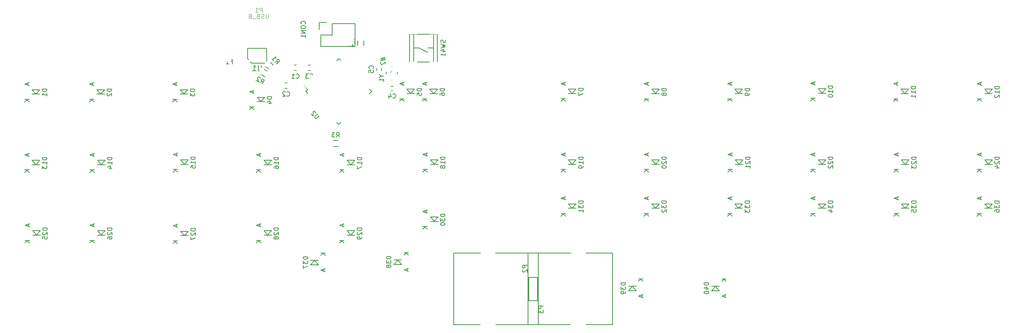
<source format=gbo>
G04 #@! TF.FileFunction,Legend,Bot*
%FSLAX46Y46*%
G04 Gerber Fmt 4.6, Leading zero omitted, Abs format (unit mm)*
G04 Created by KiCad (PCBNEW 4.0.5) date Sunday, April 09, 2017 'PMt' 03:59:06 PM*
%MOMM*%
%LPD*%
G01*
G04 APERTURE LIST*
%ADD10C,0.100000*%
%ADD11C,0.150000*%
%ADD12C,0.050000*%
%ADD13R,1.550000X1.800000*%
%ADD14R,1.700000X1.950000*%
%ADD15R,1.200000X1.150000*%
%ADD16O,3.400000X3.400000*%
%ADD17C,3.400000*%
%ADD18C,1.924000*%
%ADD19C,3.600000*%
%ADD20R,2.127200X2.127200*%
%ADD21O,2.127200X2.127200*%
%ADD22R,2.099260X1.700480*%
%ADD23R,0.900000X1.300000*%
%ADD24R,1.000000X0.900000*%
%ADD25R,0.900000X1.000000*%
%ADD26R,1.900000X3.600000*%
%ADD27R,1.300000X0.900000*%
%ADD28R,1.400000X0.800000*%
%ADD29R,0.800000X1.750000*%
%ADD30R,2.200000X2.300000*%
%ADD31O,1.250000X1.450000*%
%ADD32R,2.300000X2.100000*%
G04 APERTURE END LIST*
D10*
D11*
X84200000Y-5550000D02*
X83900000Y-5850000D01*
X85450000Y-4450000D02*
X85450000Y-7650000D01*
X82950000Y-4450000D02*
X85450000Y-4450000D01*
X82950000Y-4450000D02*
X82950000Y-7650000D01*
X82950000Y-7650000D02*
X85450000Y-7650000D01*
X93420000Y2640000D02*
X93420000Y-3560000D01*
X92220000Y-460000D02*
X93420000Y-460000D01*
X90220000Y-460000D02*
X92220000Y-1460000D01*
X89020000Y-460000D02*
X90220000Y-460000D01*
X89020000Y2640000D02*
X89020000Y-3560000D01*
X88120000Y-3560000D02*
X88120000Y2640000D01*
X94320000Y-3560000D02*
X88120000Y-3560000D01*
X94320000Y2640000D02*
X94320000Y-3560000D01*
X88120000Y2640000D02*
X94320000Y2640000D01*
X60350000Y-9400000D02*
X61050000Y-9400000D01*
X61050000Y-8200000D02*
X60350000Y-8200000D01*
X116550000Y-56650000D02*
X114450000Y-56650000D01*
X116550000Y-51450000D02*
X116550000Y-56650000D01*
X114450000Y-51450000D02*
X116550000Y-51450000D01*
X114450000Y-46100000D02*
X133250000Y-46100000D01*
X114450000Y-62000000D02*
X114450000Y-46100000D01*
X133250000Y-62000000D02*
X114450000Y-62000000D01*
X133250000Y-62000000D02*
X133250000Y-46100000D01*
X114650000Y-51450000D02*
X116750000Y-51450000D01*
X114650000Y-56650000D02*
X114650000Y-51450000D01*
X116750000Y-56650000D02*
X114650000Y-56650000D01*
X116750000Y-62000000D02*
X97950000Y-62000000D01*
X116750000Y-46100000D02*
X116750000Y-62000000D01*
X97950000Y-46100000D02*
X116750000Y-46100000D01*
X97950000Y-46100000D02*
X97950000Y-62000000D01*
X62400000Y-5450000D02*
X63100000Y-5450000D01*
X63100000Y-4250000D02*
X62400000Y-4250000D01*
X70910000Y4980000D02*
X75990000Y4980000D01*
X68090000Y5260000D02*
X68090000Y3710000D01*
X68370000Y2440000D02*
X70910000Y2440000D01*
X70910000Y2440000D02*
X70910000Y4980000D01*
X75990000Y4980000D02*
X75990000Y-100000D01*
X75990000Y-100000D02*
X70910000Y-100000D01*
X68090000Y5260000D02*
X69640000Y5260000D01*
X68370000Y-100000D02*
X68370000Y2440000D01*
X70910000Y-100000D02*
X68370000Y-100000D01*
X65490000Y-5450000D02*
X66190000Y-5450000D01*
X66190000Y-4250000D02*
X65490000Y-4250000D01*
X5049200Y-10700240D02*
X5950000Y-9699480D01*
X5950000Y-9699480D02*
X4250000Y-9699480D01*
X4250000Y-9699480D02*
X5100000Y-10700240D01*
X5950000Y-10700240D02*
X4250000Y-10700240D01*
X19449200Y-10700240D02*
X20350000Y-9699480D01*
X20350000Y-9699480D02*
X18650000Y-9699480D01*
X18650000Y-9699480D02*
X19500000Y-10700240D01*
X20350000Y-10700240D02*
X18650000Y-10700240D01*
X37949200Y-10700240D02*
X38850000Y-9699480D01*
X38850000Y-9699480D02*
X37150000Y-9699480D01*
X37150000Y-9699480D02*
X38000000Y-10700240D01*
X38850000Y-10700240D02*
X37150000Y-10700240D01*
X55049200Y-12400240D02*
X55950000Y-11399480D01*
X55950000Y-11399480D02*
X54250000Y-11399480D01*
X54250000Y-11399480D02*
X55100000Y-12400240D01*
X55950000Y-12400240D02*
X54250000Y-12400240D01*
X88349200Y-10600240D02*
X89250000Y-9599480D01*
X89250000Y-9599480D02*
X87550000Y-9599480D01*
X87550000Y-9599480D02*
X88400000Y-10600240D01*
X89250000Y-10600240D02*
X87550000Y-10600240D01*
X93449200Y-10600240D02*
X94350000Y-9599480D01*
X94350000Y-9599480D02*
X92650000Y-9599480D01*
X92650000Y-9599480D02*
X93500000Y-10600240D01*
X94350000Y-10600240D02*
X92650000Y-10600240D01*
X124249200Y-10550180D02*
X125150000Y-9549420D01*
X125150000Y-9549420D02*
X123450000Y-9549420D01*
X123450000Y-9549420D02*
X124300000Y-10550180D01*
X125150000Y-10550180D02*
X123450000Y-10550180D01*
X142749200Y-10600240D02*
X143650000Y-9599480D01*
X143650000Y-9599480D02*
X141950000Y-9599480D01*
X141950000Y-9599480D02*
X142800000Y-10600240D01*
X143650000Y-10600240D02*
X141950000Y-10600240D01*
X161249200Y-10600240D02*
X162150000Y-9599480D01*
X162150000Y-9599480D02*
X160450000Y-9599480D01*
X160450000Y-9599480D02*
X161300000Y-10600240D01*
X162150000Y-10600240D02*
X160450000Y-10600240D01*
X179749200Y-10500240D02*
X180650000Y-9499480D01*
X180650000Y-9499480D02*
X178950000Y-9499480D01*
X178950000Y-9499480D02*
X179800000Y-10500240D01*
X180650000Y-10500240D02*
X178950000Y-10500240D01*
X198149200Y-10600240D02*
X199050000Y-9599480D01*
X199050000Y-9599480D02*
X197350000Y-9599480D01*
X197350000Y-9599480D02*
X198200000Y-10600240D01*
X199050000Y-10600240D02*
X197350000Y-10600240D01*
X216749200Y-10600240D02*
X217650000Y-9599480D01*
X217650000Y-9599480D02*
X215950000Y-9599480D01*
X215950000Y-9599480D02*
X216800000Y-10600240D01*
X217650000Y-10600240D02*
X215950000Y-10600240D01*
X5049200Y-26400240D02*
X5950000Y-25399480D01*
X5950000Y-25399480D02*
X4250000Y-25399480D01*
X4250000Y-25399480D02*
X5100000Y-26400240D01*
X5950000Y-26400240D02*
X4250000Y-26400240D01*
X19549200Y-26400240D02*
X20450000Y-25399480D01*
X20450000Y-25399480D02*
X18750000Y-25399480D01*
X18750000Y-25399480D02*
X19600000Y-26400240D01*
X20450000Y-26400240D02*
X18750000Y-26400240D01*
X38049200Y-26300240D02*
X38950000Y-25299480D01*
X38950000Y-25299480D02*
X37250000Y-25299480D01*
X37250000Y-25299480D02*
X38100000Y-26300240D01*
X38950000Y-26300240D02*
X37250000Y-26300240D01*
X56549200Y-26400240D02*
X57450000Y-25399480D01*
X57450000Y-25399480D02*
X55750000Y-25399480D01*
X55750000Y-25399480D02*
X56600000Y-26400240D01*
X57450000Y-26400240D02*
X55750000Y-26400240D01*
X75049200Y-26400240D02*
X75950000Y-25399480D01*
X75950000Y-25399480D02*
X74250000Y-25399480D01*
X74250000Y-25399480D02*
X75100000Y-26400240D01*
X75950000Y-26400240D02*
X74250000Y-26400240D01*
X93549200Y-26300240D02*
X94450000Y-25299480D01*
X94450000Y-25299480D02*
X92750000Y-25299480D01*
X92750000Y-25299480D02*
X93600000Y-26300240D01*
X94450000Y-26300240D02*
X92750000Y-26300240D01*
X124249200Y-26300240D02*
X125150000Y-25299480D01*
X125150000Y-25299480D02*
X123450000Y-25299480D01*
X123450000Y-25299480D02*
X124300000Y-26300240D01*
X125150000Y-26300240D02*
X123450000Y-26300240D01*
X142749200Y-26300240D02*
X143650000Y-25299480D01*
X143650000Y-25299480D02*
X141950000Y-25299480D01*
X141950000Y-25299480D02*
X142800000Y-26300240D01*
X143650000Y-26300240D02*
X141950000Y-26300240D01*
X161329200Y-26300180D02*
X162230000Y-25299420D01*
X162230000Y-25299420D02*
X160530000Y-25299420D01*
X160530000Y-25299420D02*
X161380000Y-26300180D01*
X162230000Y-26300180D02*
X160530000Y-26300180D01*
X179749200Y-26300240D02*
X180650000Y-25299480D01*
X180650000Y-25299480D02*
X178950000Y-25299480D01*
X178950000Y-25299480D02*
X179800000Y-26300240D01*
X180650000Y-26300240D02*
X178950000Y-26300240D01*
X198249200Y-26300240D02*
X199150000Y-25299480D01*
X199150000Y-25299480D02*
X197450000Y-25299480D01*
X197450000Y-25299480D02*
X198300000Y-26300240D01*
X199150000Y-26300240D02*
X197450000Y-26300240D01*
X216749200Y-26300240D02*
X217650000Y-25299480D01*
X217650000Y-25299480D02*
X215950000Y-25299480D01*
X215950000Y-25299480D02*
X216800000Y-26300240D01*
X217650000Y-26300240D02*
X215950000Y-26300240D01*
X5149200Y-42100240D02*
X6050000Y-41099480D01*
X6050000Y-41099480D02*
X4350000Y-41099480D01*
X4350000Y-41099480D02*
X5200000Y-42100240D01*
X6050000Y-42100240D02*
X4350000Y-42100240D01*
X19549200Y-42100240D02*
X20450000Y-41099480D01*
X20450000Y-41099480D02*
X18750000Y-41099480D01*
X18750000Y-41099480D02*
X19600000Y-42100240D01*
X20450000Y-42100240D02*
X18750000Y-42100240D01*
X38049200Y-42200240D02*
X38950000Y-41199480D01*
X38950000Y-41199480D02*
X37250000Y-41199480D01*
X37250000Y-41199480D02*
X38100000Y-42200240D01*
X38950000Y-42200240D02*
X37250000Y-42200240D01*
X56549200Y-42100240D02*
X57450000Y-41099480D01*
X57450000Y-41099480D02*
X55750000Y-41099480D01*
X55750000Y-41099480D02*
X56600000Y-42100240D01*
X57450000Y-42100240D02*
X55750000Y-42100240D01*
X75049200Y-42100240D02*
X75950000Y-41099480D01*
X75950000Y-41099480D02*
X74250000Y-41099480D01*
X74250000Y-41099480D02*
X75100000Y-42100240D01*
X75950000Y-42100240D02*
X74250000Y-42100240D01*
X93549200Y-39000240D02*
X94450000Y-37999480D01*
X94450000Y-37999480D02*
X92750000Y-37999480D01*
X92750000Y-37999480D02*
X93600000Y-39000240D01*
X94450000Y-39000240D02*
X92750000Y-39000240D01*
X124249200Y-36100240D02*
X125150000Y-35099480D01*
X125150000Y-35099480D02*
X123450000Y-35099480D01*
X123450000Y-35099480D02*
X124300000Y-36100240D01*
X125150000Y-36100240D02*
X123450000Y-36100240D01*
X142749200Y-36100240D02*
X143650000Y-35099480D01*
X143650000Y-35099480D02*
X141950000Y-35099480D01*
X141950000Y-35099480D02*
X142800000Y-36100240D01*
X143650000Y-36100240D02*
X141950000Y-36100240D01*
X161249200Y-36100240D02*
X162150000Y-35099480D01*
X162150000Y-35099480D02*
X160450000Y-35099480D01*
X160450000Y-35099480D02*
X161300000Y-36100240D01*
X162150000Y-36100240D02*
X160450000Y-36100240D01*
X179749200Y-36100240D02*
X180650000Y-35099480D01*
X180650000Y-35099480D02*
X178950000Y-35099480D01*
X178950000Y-35099480D02*
X179800000Y-36100240D01*
X180650000Y-36100240D02*
X178950000Y-36100240D01*
X198249200Y-36100240D02*
X199150000Y-35099480D01*
X199150000Y-35099480D02*
X197450000Y-35099480D01*
X197450000Y-35099480D02*
X198300000Y-36100240D01*
X199150000Y-36100240D02*
X197450000Y-36100240D01*
X216749200Y-36100240D02*
X217650000Y-35099480D01*
X217650000Y-35099480D02*
X215950000Y-35099480D01*
X215950000Y-35099480D02*
X216800000Y-36100240D01*
X217650000Y-36100240D02*
X215950000Y-36100240D01*
X67050800Y-47699760D02*
X66150000Y-48700520D01*
X66150000Y-48700520D02*
X67850000Y-48700520D01*
X67850000Y-48700520D02*
X67000000Y-47699760D01*
X66150000Y-47699760D02*
X67850000Y-47699760D01*
X85550800Y-47599760D02*
X84650000Y-48600520D01*
X84650000Y-48600520D02*
X86350000Y-48600520D01*
X86350000Y-48600520D02*
X85500000Y-47599760D01*
X84650000Y-47599760D02*
X86350000Y-47599760D01*
X137670800Y-53449700D02*
X136770000Y-54450460D01*
X136770000Y-54450460D02*
X138470000Y-54450460D01*
X138470000Y-54450460D02*
X137620000Y-53449700D01*
X136770000Y-53449700D02*
X138470000Y-53449700D01*
X156160800Y-53439760D02*
X155260000Y-54440520D01*
X155260000Y-54440520D02*
X156960000Y-54440520D01*
X156960000Y-54440520D02*
X156110000Y-53439760D01*
X155260000Y-53439760D02*
X156960000Y-53439760D01*
X56228820Y-4573414D02*
X56935926Y-5280520D01*
X57890520Y-4325926D02*
X57183414Y-3618820D01*
X56670513Y-5675433D02*
X55804487Y-5175433D01*
X55129487Y-6344567D02*
X55995513Y-6844567D01*
X65081445Y-10100000D02*
X65558742Y-9622703D01*
X72400000Y-17418555D02*
X72877297Y-16941258D01*
X79718555Y-10100000D02*
X79241258Y-10577297D01*
X72400000Y-2781445D02*
X71922703Y-3258742D01*
X65081445Y-10100000D02*
X65558742Y-10577297D01*
X72400000Y-2781445D02*
X72877297Y-3258742D01*
X79718555Y-10100000D02*
X79241258Y-9622703D01*
X72400000Y-17418555D02*
X71922703Y-16941258D01*
X65558742Y-9622703D02*
X64657181Y-8721142D01*
X71200000Y-22375000D02*
X72200000Y-22375000D01*
X72200000Y-21025000D02*
X71200000Y-21025000D01*
X84500000Y-9925000D02*
X84000000Y-9925000D01*
X84000000Y-8975000D02*
X84500000Y-8975000D01*
X80875000Y-5400000D02*
X80875000Y-4900000D01*
X81825000Y-4900000D02*
X81825000Y-5400000D01*
X77935000Y160000D02*
X77935000Y1160000D01*
X76585000Y1160000D02*
X76585000Y160000D01*
X53100000Y-3800000D02*
X52100000Y-2800000D01*
X56400000Y-3800000D02*
X53100000Y-3800000D01*
X52100000Y-2800000D02*
X52100000Y-500000D01*
X52100000Y-500000D02*
X56400000Y-500000D01*
X56400000Y-500000D02*
X56400000Y-3800000D01*
X81876190Y-6673809D02*
X82352381Y-6673809D01*
X81352381Y-6340476D02*
X81876190Y-6673809D01*
X81352381Y-7007143D01*
X82352381Y-7864286D02*
X82352381Y-7292857D01*
X82352381Y-7578571D02*
X81352381Y-7578571D01*
X81495238Y-7483333D01*
X81590476Y-7388095D01*
X81638095Y-7292857D01*
X82035714Y-2564286D02*
X82035714Y-3278572D01*
X81607143Y-2850000D02*
X82892857Y-2564286D01*
X82464286Y-3183334D02*
X82464286Y-2469048D01*
X82892857Y-2897620D02*
X81607143Y-3183334D01*
X81797619Y-3564286D02*
X81750000Y-3611905D01*
X81702381Y-3707143D01*
X81702381Y-3945239D01*
X81750000Y-4040477D01*
X81797619Y-4088096D01*
X81892857Y-4135715D01*
X81988095Y-4135715D01*
X82130952Y-4088096D01*
X82702381Y-3516667D01*
X82702381Y-4135715D01*
X96024762Y1349524D02*
X96072381Y1206667D01*
X96072381Y968571D01*
X96024762Y873333D01*
X95977143Y825714D01*
X95881905Y778095D01*
X95786667Y778095D01*
X95691429Y825714D01*
X95643810Y873333D01*
X95596190Y968571D01*
X95548571Y1159048D01*
X95500952Y1254286D01*
X95453333Y1301905D01*
X95358095Y1349524D01*
X95262857Y1349524D01*
X95167619Y1301905D01*
X95120000Y1254286D01*
X95072381Y1159048D01*
X95072381Y920952D01*
X95120000Y778095D01*
X95072381Y444762D02*
X96072381Y206667D01*
X95358095Y16190D01*
X96072381Y-174286D01*
X95072381Y-412381D01*
X95405714Y-1221905D02*
X96072381Y-1221905D01*
X95024762Y-983809D02*
X95739048Y-745714D01*
X95739048Y-1364762D01*
X96072381Y-2269524D02*
X96072381Y-1698095D01*
X96072381Y-1983809D02*
X95072381Y-1983809D01*
X95215238Y-1888571D01*
X95310476Y-1793333D01*
X95358095Y-1698095D01*
X60866666Y-11057143D02*
X60914285Y-11104762D01*
X61057142Y-11152381D01*
X61152380Y-11152381D01*
X61295238Y-11104762D01*
X61390476Y-11009524D01*
X61438095Y-10914286D01*
X61485714Y-10723810D01*
X61485714Y-10580952D01*
X61438095Y-10390476D01*
X61390476Y-10295238D01*
X61295238Y-10200000D01*
X61152380Y-10152381D01*
X61057142Y-10152381D01*
X60914285Y-10200000D01*
X60866666Y-10247619D01*
X60485714Y-10247619D02*
X60438095Y-10200000D01*
X60342857Y-10152381D01*
X60104761Y-10152381D01*
X60009523Y-10200000D01*
X59961904Y-10247619D01*
X59914285Y-10342857D01*
X59914285Y-10438095D01*
X59961904Y-10580952D01*
X60533333Y-11152381D01*
X59914285Y-11152381D01*
X117852381Y-57861905D02*
X116852381Y-57861905D01*
X116852381Y-58242858D01*
X116900000Y-58338096D01*
X116947619Y-58385715D01*
X117042857Y-58433334D01*
X117185714Y-58433334D01*
X117280952Y-58385715D01*
X117328571Y-58338096D01*
X117376190Y-58242858D01*
X117376190Y-57861905D01*
X116852381Y-58766667D02*
X116852381Y-59385715D01*
X117233333Y-59052381D01*
X117233333Y-59195239D01*
X117280952Y-59290477D01*
X117328571Y-59338096D01*
X117423810Y-59385715D01*
X117661905Y-59385715D01*
X117757143Y-59338096D01*
X117804762Y-59290477D01*
X117852381Y-59195239D01*
X117852381Y-58909524D01*
X117804762Y-58814286D01*
X117757143Y-58766667D01*
X114252381Y-48761905D02*
X113252381Y-48761905D01*
X113252381Y-49142858D01*
X113300000Y-49238096D01*
X113347619Y-49285715D01*
X113442857Y-49333334D01*
X113585714Y-49333334D01*
X113680952Y-49285715D01*
X113728571Y-49238096D01*
X113776190Y-49142858D01*
X113776190Y-48761905D01*
X113347619Y-49714286D02*
X113300000Y-49761905D01*
X113252381Y-49857143D01*
X113252381Y-50095239D01*
X113300000Y-50190477D01*
X113347619Y-50238096D01*
X113442857Y-50285715D01*
X113538095Y-50285715D01*
X113680952Y-50238096D01*
X114252381Y-49666667D01*
X114252381Y-50285715D01*
X62916666Y-7107143D02*
X62964285Y-7154762D01*
X63107142Y-7202381D01*
X63202380Y-7202381D01*
X63345238Y-7154762D01*
X63440476Y-7059524D01*
X63488095Y-6964286D01*
X63535714Y-6773810D01*
X63535714Y-6630952D01*
X63488095Y-6440476D01*
X63440476Y-6345238D01*
X63345238Y-6250000D01*
X63202380Y-6202381D01*
X63107142Y-6202381D01*
X62964285Y-6250000D01*
X62916666Y-6297619D01*
X61964285Y-7202381D02*
X62535714Y-7202381D01*
X62250000Y-7202381D02*
X62250000Y-6202381D01*
X62345238Y-6345238D01*
X62440476Y-6440476D01*
X62535714Y-6488095D01*
X64897143Y4924285D02*
X64944762Y4971904D01*
X64992381Y5114761D01*
X64992381Y5209999D01*
X64944762Y5352857D01*
X64849524Y5448095D01*
X64754286Y5495714D01*
X64563810Y5543333D01*
X64420952Y5543333D01*
X64230476Y5495714D01*
X64135238Y5448095D01*
X64040000Y5352857D01*
X63992381Y5209999D01*
X63992381Y5114761D01*
X64040000Y4971904D01*
X64087619Y4924285D01*
X63992381Y4305238D02*
X63992381Y4114761D01*
X64040000Y4019523D01*
X64135238Y3924285D01*
X64325714Y3876666D01*
X64659048Y3876666D01*
X64849524Y3924285D01*
X64944762Y4019523D01*
X64992381Y4114761D01*
X64992381Y4305238D01*
X64944762Y4400476D01*
X64849524Y4495714D01*
X64659048Y4543333D01*
X64325714Y4543333D01*
X64135238Y4495714D01*
X64040000Y4400476D01*
X63992381Y4305238D01*
X64992381Y3448095D02*
X63992381Y3448095D01*
X64992381Y2876666D01*
X63992381Y2876666D01*
X64992381Y1876666D02*
X64992381Y2448095D01*
X64992381Y2162381D02*
X63992381Y2162381D01*
X64135238Y2257619D01*
X64230476Y2352857D01*
X64278095Y2448095D01*
X66006666Y-7107143D02*
X66054285Y-7154762D01*
X66197142Y-7202381D01*
X66292380Y-7202381D01*
X66435238Y-7154762D01*
X66530476Y-7059524D01*
X66578095Y-6964286D01*
X66625714Y-6773810D01*
X66625714Y-6630952D01*
X66578095Y-6440476D01*
X66530476Y-6345238D01*
X66435238Y-6250000D01*
X66292380Y-6202381D01*
X66197142Y-6202381D01*
X66054285Y-6250000D01*
X66006666Y-6297619D01*
X65673333Y-6202381D02*
X65054285Y-6202381D01*
X65387619Y-6583333D01*
X65244761Y-6583333D01*
X65149523Y-6630952D01*
X65101904Y-6678571D01*
X65054285Y-6773810D01*
X65054285Y-7011905D01*
X65101904Y-7107143D01*
X65149523Y-7154762D01*
X65244761Y-7202381D01*
X65530476Y-7202381D01*
X65625714Y-7154762D01*
X65673333Y-7107143D01*
X7502381Y-9561905D02*
X6502381Y-9561905D01*
X6502381Y-9800000D01*
X6550000Y-9942858D01*
X6645238Y-10038096D01*
X6740476Y-10085715D01*
X6930952Y-10133334D01*
X7073810Y-10133334D01*
X7264286Y-10085715D01*
X7359524Y-10038096D01*
X7454762Y-9942858D01*
X7502381Y-9800000D01*
X7502381Y-9561905D01*
X7502381Y-11085715D02*
X7502381Y-10514286D01*
X7502381Y-10800000D02*
X6502381Y-10800000D01*
X6645238Y-10704762D01*
X6740476Y-10609524D01*
X6788095Y-10514286D01*
X3602381Y-11838095D02*
X2602381Y-11838095D01*
X3602381Y-12409524D02*
X3030952Y-11980952D01*
X2602381Y-12409524D02*
X3173810Y-11838095D01*
X3316667Y-8261905D02*
X3316667Y-8738096D01*
X3602381Y-8166667D02*
X2602381Y-8500000D01*
X3602381Y-8833334D01*
X21902381Y-9561905D02*
X20902381Y-9561905D01*
X20902381Y-9800000D01*
X20950000Y-9942858D01*
X21045238Y-10038096D01*
X21140476Y-10085715D01*
X21330952Y-10133334D01*
X21473810Y-10133334D01*
X21664286Y-10085715D01*
X21759524Y-10038096D01*
X21854762Y-9942858D01*
X21902381Y-9800000D01*
X21902381Y-9561905D01*
X20997619Y-10514286D02*
X20950000Y-10561905D01*
X20902381Y-10657143D01*
X20902381Y-10895239D01*
X20950000Y-10990477D01*
X20997619Y-11038096D01*
X21092857Y-11085715D01*
X21188095Y-11085715D01*
X21330952Y-11038096D01*
X21902381Y-10466667D01*
X21902381Y-11085715D01*
X18002381Y-11838095D02*
X17002381Y-11838095D01*
X18002381Y-12409524D02*
X17430952Y-11980952D01*
X17002381Y-12409524D02*
X17573810Y-11838095D01*
X17716667Y-8261905D02*
X17716667Y-8738096D01*
X18002381Y-8166667D02*
X17002381Y-8500000D01*
X18002381Y-8833334D01*
X40402381Y-9561905D02*
X39402381Y-9561905D01*
X39402381Y-9800000D01*
X39450000Y-9942858D01*
X39545238Y-10038096D01*
X39640476Y-10085715D01*
X39830952Y-10133334D01*
X39973810Y-10133334D01*
X40164286Y-10085715D01*
X40259524Y-10038096D01*
X40354762Y-9942858D01*
X40402381Y-9800000D01*
X40402381Y-9561905D01*
X39402381Y-10466667D02*
X39402381Y-11085715D01*
X39783333Y-10752381D01*
X39783333Y-10895239D01*
X39830952Y-10990477D01*
X39878571Y-11038096D01*
X39973810Y-11085715D01*
X40211905Y-11085715D01*
X40307143Y-11038096D01*
X40354762Y-10990477D01*
X40402381Y-10895239D01*
X40402381Y-10609524D01*
X40354762Y-10514286D01*
X40307143Y-10466667D01*
X36502381Y-11838095D02*
X35502381Y-11838095D01*
X36502381Y-12409524D02*
X35930952Y-11980952D01*
X35502381Y-12409524D02*
X36073810Y-11838095D01*
X36216667Y-8261905D02*
X36216667Y-8738096D01*
X36502381Y-8166667D02*
X35502381Y-8500000D01*
X36502381Y-8833334D01*
X57502381Y-11261905D02*
X56502381Y-11261905D01*
X56502381Y-11500000D01*
X56550000Y-11642858D01*
X56645238Y-11738096D01*
X56740476Y-11785715D01*
X56930952Y-11833334D01*
X57073810Y-11833334D01*
X57264286Y-11785715D01*
X57359524Y-11738096D01*
X57454762Y-11642858D01*
X57502381Y-11500000D01*
X57502381Y-11261905D01*
X56835714Y-12690477D02*
X57502381Y-12690477D01*
X56454762Y-12452381D02*
X57169048Y-12214286D01*
X57169048Y-12833334D01*
X53602381Y-13538095D02*
X52602381Y-13538095D01*
X53602381Y-14109524D02*
X53030952Y-13680952D01*
X52602381Y-14109524D02*
X53173810Y-13538095D01*
X53316667Y-9961905D02*
X53316667Y-10438096D01*
X53602381Y-9866667D02*
X52602381Y-10200000D01*
X53602381Y-10533334D01*
X90802381Y-9461905D02*
X89802381Y-9461905D01*
X89802381Y-9700000D01*
X89850000Y-9842858D01*
X89945238Y-9938096D01*
X90040476Y-9985715D01*
X90230952Y-10033334D01*
X90373810Y-10033334D01*
X90564286Y-9985715D01*
X90659524Y-9938096D01*
X90754762Y-9842858D01*
X90802381Y-9700000D01*
X90802381Y-9461905D01*
X89802381Y-10938096D02*
X89802381Y-10461905D01*
X90278571Y-10414286D01*
X90230952Y-10461905D01*
X90183333Y-10557143D01*
X90183333Y-10795239D01*
X90230952Y-10890477D01*
X90278571Y-10938096D01*
X90373810Y-10985715D01*
X90611905Y-10985715D01*
X90707143Y-10938096D01*
X90754762Y-10890477D01*
X90802381Y-10795239D01*
X90802381Y-10557143D01*
X90754762Y-10461905D01*
X90707143Y-10414286D01*
X86902381Y-11738095D02*
X85902381Y-11738095D01*
X86902381Y-12309524D02*
X86330952Y-11880952D01*
X85902381Y-12309524D02*
X86473810Y-11738095D01*
X86616667Y-8161905D02*
X86616667Y-8638096D01*
X86902381Y-8066667D02*
X85902381Y-8400000D01*
X86902381Y-8733334D01*
X95902381Y-9461905D02*
X94902381Y-9461905D01*
X94902381Y-9700000D01*
X94950000Y-9842858D01*
X95045238Y-9938096D01*
X95140476Y-9985715D01*
X95330952Y-10033334D01*
X95473810Y-10033334D01*
X95664286Y-9985715D01*
X95759524Y-9938096D01*
X95854762Y-9842858D01*
X95902381Y-9700000D01*
X95902381Y-9461905D01*
X94902381Y-10890477D02*
X94902381Y-10700000D01*
X94950000Y-10604762D01*
X94997619Y-10557143D01*
X95140476Y-10461905D01*
X95330952Y-10414286D01*
X95711905Y-10414286D01*
X95807143Y-10461905D01*
X95854762Y-10509524D01*
X95902381Y-10604762D01*
X95902381Y-10795239D01*
X95854762Y-10890477D01*
X95807143Y-10938096D01*
X95711905Y-10985715D01*
X95473810Y-10985715D01*
X95378571Y-10938096D01*
X95330952Y-10890477D01*
X95283333Y-10795239D01*
X95283333Y-10604762D01*
X95330952Y-10509524D01*
X95378571Y-10461905D01*
X95473810Y-10414286D01*
X92002381Y-11738095D02*
X91002381Y-11738095D01*
X92002381Y-12309524D02*
X91430952Y-11880952D01*
X91002381Y-12309524D02*
X91573810Y-11738095D01*
X91716667Y-8161905D02*
X91716667Y-8638096D01*
X92002381Y-8066667D02*
X91002381Y-8400000D01*
X92002381Y-8733334D01*
X126702381Y-9411845D02*
X125702381Y-9411845D01*
X125702381Y-9649940D01*
X125750000Y-9792798D01*
X125845238Y-9888036D01*
X125940476Y-9935655D01*
X126130952Y-9983274D01*
X126273810Y-9983274D01*
X126464286Y-9935655D01*
X126559524Y-9888036D01*
X126654762Y-9792798D01*
X126702381Y-9649940D01*
X126702381Y-9411845D01*
X125702381Y-10316607D02*
X125702381Y-10983274D01*
X126702381Y-10554702D01*
X122802381Y-11688035D02*
X121802381Y-11688035D01*
X122802381Y-12259464D02*
X122230952Y-11830892D01*
X121802381Y-12259464D02*
X122373810Y-11688035D01*
X122516667Y-8111845D02*
X122516667Y-8588036D01*
X122802381Y-8016607D02*
X121802381Y-8349940D01*
X122802381Y-8683274D01*
X145202381Y-9461905D02*
X144202381Y-9461905D01*
X144202381Y-9700000D01*
X144250000Y-9842858D01*
X144345238Y-9938096D01*
X144440476Y-9985715D01*
X144630952Y-10033334D01*
X144773810Y-10033334D01*
X144964286Y-9985715D01*
X145059524Y-9938096D01*
X145154762Y-9842858D01*
X145202381Y-9700000D01*
X145202381Y-9461905D01*
X144630952Y-10604762D02*
X144583333Y-10509524D01*
X144535714Y-10461905D01*
X144440476Y-10414286D01*
X144392857Y-10414286D01*
X144297619Y-10461905D01*
X144250000Y-10509524D01*
X144202381Y-10604762D01*
X144202381Y-10795239D01*
X144250000Y-10890477D01*
X144297619Y-10938096D01*
X144392857Y-10985715D01*
X144440476Y-10985715D01*
X144535714Y-10938096D01*
X144583333Y-10890477D01*
X144630952Y-10795239D01*
X144630952Y-10604762D01*
X144678571Y-10509524D01*
X144726190Y-10461905D01*
X144821429Y-10414286D01*
X145011905Y-10414286D01*
X145107143Y-10461905D01*
X145154762Y-10509524D01*
X145202381Y-10604762D01*
X145202381Y-10795239D01*
X145154762Y-10890477D01*
X145107143Y-10938096D01*
X145011905Y-10985715D01*
X144821429Y-10985715D01*
X144726190Y-10938096D01*
X144678571Y-10890477D01*
X144630952Y-10795239D01*
X141302381Y-11738095D02*
X140302381Y-11738095D01*
X141302381Y-12309524D02*
X140730952Y-11880952D01*
X140302381Y-12309524D02*
X140873810Y-11738095D01*
X141016667Y-8161905D02*
X141016667Y-8638096D01*
X141302381Y-8066667D02*
X140302381Y-8400000D01*
X141302381Y-8733334D01*
X163702381Y-9461905D02*
X162702381Y-9461905D01*
X162702381Y-9700000D01*
X162750000Y-9842858D01*
X162845238Y-9938096D01*
X162940476Y-9985715D01*
X163130952Y-10033334D01*
X163273810Y-10033334D01*
X163464286Y-9985715D01*
X163559524Y-9938096D01*
X163654762Y-9842858D01*
X163702381Y-9700000D01*
X163702381Y-9461905D01*
X163702381Y-10509524D02*
X163702381Y-10700000D01*
X163654762Y-10795239D01*
X163607143Y-10842858D01*
X163464286Y-10938096D01*
X163273810Y-10985715D01*
X162892857Y-10985715D01*
X162797619Y-10938096D01*
X162750000Y-10890477D01*
X162702381Y-10795239D01*
X162702381Y-10604762D01*
X162750000Y-10509524D01*
X162797619Y-10461905D01*
X162892857Y-10414286D01*
X163130952Y-10414286D01*
X163226190Y-10461905D01*
X163273810Y-10509524D01*
X163321429Y-10604762D01*
X163321429Y-10795239D01*
X163273810Y-10890477D01*
X163226190Y-10938096D01*
X163130952Y-10985715D01*
X159802381Y-11738095D02*
X158802381Y-11738095D01*
X159802381Y-12309524D02*
X159230952Y-11880952D01*
X158802381Y-12309524D02*
X159373810Y-11738095D01*
X159516667Y-8161905D02*
X159516667Y-8638096D01*
X159802381Y-8066667D02*
X158802381Y-8400000D01*
X159802381Y-8733334D01*
X182202381Y-8885714D02*
X181202381Y-8885714D01*
X181202381Y-9123809D01*
X181250000Y-9266667D01*
X181345238Y-9361905D01*
X181440476Y-9409524D01*
X181630952Y-9457143D01*
X181773810Y-9457143D01*
X181964286Y-9409524D01*
X182059524Y-9361905D01*
X182154762Y-9266667D01*
X182202381Y-9123809D01*
X182202381Y-8885714D01*
X182202381Y-10409524D02*
X182202381Y-9838095D01*
X182202381Y-10123809D02*
X181202381Y-10123809D01*
X181345238Y-10028571D01*
X181440476Y-9933333D01*
X181488095Y-9838095D01*
X181202381Y-11028571D02*
X181202381Y-11123810D01*
X181250000Y-11219048D01*
X181297619Y-11266667D01*
X181392857Y-11314286D01*
X181583333Y-11361905D01*
X181821429Y-11361905D01*
X182011905Y-11314286D01*
X182107143Y-11266667D01*
X182154762Y-11219048D01*
X182202381Y-11123810D01*
X182202381Y-11028571D01*
X182154762Y-10933333D01*
X182107143Y-10885714D01*
X182011905Y-10838095D01*
X181821429Y-10790476D01*
X181583333Y-10790476D01*
X181392857Y-10838095D01*
X181297619Y-10885714D01*
X181250000Y-10933333D01*
X181202381Y-11028571D01*
X178302381Y-11638095D02*
X177302381Y-11638095D01*
X178302381Y-12209524D02*
X177730952Y-11780952D01*
X177302381Y-12209524D02*
X177873810Y-11638095D01*
X178016667Y-8061905D02*
X178016667Y-8538096D01*
X178302381Y-7966667D02*
X177302381Y-8300000D01*
X178302381Y-8633334D01*
X200602381Y-8985714D02*
X199602381Y-8985714D01*
X199602381Y-9223809D01*
X199650000Y-9366667D01*
X199745238Y-9461905D01*
X199840476Y-9509524D01*
X200030952Y-9557143D01*
X200173810Y-9557143D01*
X200364286Y-9509524D01*
X200459524Y-9461905D01*
X200554762Y-9366667D01*
X200602381Y-9223809D01*
X200602381Y-8985714D01*
X200602381Y-10509524D02*
X200602381Y-9938095D01*
X200602381Y-10223809D02*
X199602381Y-10223809D01*
X199745238Y-10128571D01*
X199840476Y-10033333D01*
X199888095Y-9938095D01*
X200602381Y-11461905D02*
X200602381Y-10890476D01*
X200602381Y-11176190D02*
X199602381Y-11176190D01*
X199745238Y-11080952D01*
X199840476Y-10985714D01*
X199888095Y-10890476D01*
X196702381Y-11738095D02*
X195702381Y-11738095D01*
X196702381Y-12309524D02*
X196130952Y-11880952D01*
X195702381Y-12309524D02*
X196273810Y-11738095D01*
X196416667Y-8161905D02*
X196416667Y-8638096D01*
X196702381Y-8066667D02*
X195702381Y-8400000D01*
X196702381Y-8733334D01*
X219202381Y-8985714D02*
X218202381Y-8985714D01*
X218202381Y-9223809D01*
X218250000Y-9366667D01*
X218345238Y-9461905D01*
X218440476Y-9509524D01*
X218630952Y-9557143D01*
X218773810Y-9557143D01*
X218964286Y-9509524D01*
X219059524Y-9461905D01*
X219154762Y-9366667D01*
X219202381Y-9223809D01*
X219202381Y-8985714D01*
X219202381Y-10509524D02*
X219202381Y-9938095D01*
X219202381Y-10223809D02*
X218202381Y-10223809D01*
X218345238Y-10128571D01*
X218440476Y-10033333D01*
X218488095Y-9938095D01*
X218297619Y-10890476D02*
X218250000Y-10938095D01*
X218202381Y-11033333D01*
X218202381Y-11271429D01*
X218250000Y-11366667D01*
X218297619Y-11414286D01*
X218392857Y-11461905D01*
X218488095Y-11461905D01*
X218630952Y-11414286D01*
X219202381Y-10842857D01*
X219202381Y-11461905D01*
X215302381Y-11738095D02*
X214302381Y-11738095D01*
X215302381Y-12309524D02*
X214730952Y-11880952D01*
X214302381Y-12309524D02*
X214873810Y-11738095D01*
X215016667Y-8161905D02*
X215016667Y-8638096D01*
X215302381Y-8066667D02*
X214302381Y-8400000D01*
X215302381Y-8733334D01*
X7502381Y-24785714D02*
X6502381Y-24785714D01*
X6502381Y-25023809D01*
X6550000Y-25166667D01*
X6645238Y-25261905D01*
X6740476Y-25309524D01*
X6930952Y-25357143D01*
X7073810Y-25357143D01*
X7264286Y-25309524D01*
X7359524Y-25261905D01*
X7454762Y-25166667D01*
X7502381Y-25023809D01*
X7502381Y-24785714D01*
X7502381Y-26309524D02*
X7502381Y-25738095D01*
X7502381Y-26023809D02*
X6502381Y-26023809D01*
X6645238Y-25928571D01*
X6740476Y-25833333D01*
X6788095Y-25738095D01*
X6502381Y-26642857D02*
X6502381Y-27261905D01*
X6883333Y-26928571D01*
X6883333Y-27071429D01*
X6930952Y-27166667D01*
X6978571Y-27214286D01*
X7073810Y-27261905D01*
X7311905Y-27261905D01*
X7407143Y-27214286D01*
X7454762Y-27166667D01*
X7502381Y-27071429D01*
X7502381Y-26785714D01*
X7454762Y-26690476D01*
X7407143Y-26642857D01*
X3602381Y-27538095D02*
X2602381Y-27538095D01*
X3602381Y-28109524D02*
X3030952Y-27680952D01*
X2602381Y-28109524D02*
X3173810Y-27538095D01*
X3316667Y-23961905D02*
X3316667Y-24438096D01*
X3602381Y-23866667D02*
X2602381Y-24200000D01*
X3602381Y-24533334D01*
X22002381Y-24785714D02*
X21002381Y-24785714D01*
X21002381Y-25023809D01*
X21050000Y-25166667D01*
X21145238Y-25261905D01*
X21240476Y-25309524D01*
X21430952Y-25357143D01*
X21573810Y-25357143D01*
X21764286Y-25309524D01*
X21859524Y-25261905D01*
X21954762Y-25166667D01*
X22002381Y-25023809D01*
X22002381Y-24785714D01*
X22002381Y-26309524D02*
X22002381Y-25738095D01*
X22002381Y-26023809D02*
X21002381Y-26023809D01*
X21145238Y-25928571D01*
X21240476Y-25833333D01*
X21288095Y-25738095D01*
X21335714Y-27166667D02*
X22002381Y-27166667D01*
X20954762Y-26928571D02*
X21669048Y-26690476D01*
X21669048Y-27309524D01*
X18102381Y-27538095D02*
X17102381Y-27538095D01*
X18102381Y-28109524D02*
X17530952Y-27680952D01*
X17102381Y-28109524D02*
X17673810Y-27538095D01*
X17816667Y-23961905D02*
X17816667Y-24438096D01*
X18102381Y-23866667D02*
X17102381Y-24200000D01*
X18102381Y-24533334D01*
X40502381Y-24685714D02*
X39502381Y-24685714D01*
X39502381Y-24923809D01*
X39550000Y-25066667D01*
X39645238Y-25161905D01*
X39740476Y-25209524D01*
X39930952Y-25257143D01*
X40073810Y-25257143D01*
X40264286Y-25209524D01*
X40359524Y-25161905D01*
X40454762Y-25066667D01*
X40502381Y-24923809D01*
X40502381Y-24685714D01*
X40502381Y-26209524D02*
X40502381Y-25638095D01*
X40502381Y-25923809D02*
X39502381Y-25923809D01*
X39645238Y-25828571D01*
X39740476Y-25733333D01*
X39788095Y-25638095D01*
X39502381Y-27114286D02*
X39502381Y-26638095D01*
X39978571Y-26590476D01*
X39930952Y-26638095D01*
X39883333Y-26733333D01*
X39883333Y-26971429D01*
X39930952Y-27066667D01*
X39978571Y-27114286D01*
X40073810Y-27161905D01*
X40311905Y-27161905D01*
X40407143Y-27114286D01*
X40454762Y-27066667D01*
X40502381Y-26971429D01*
X40502381Y-26733333D01*
X40454762Y-26638095D01*
X40407143Y-26590476D01*
X36602381Y-27438095D02*
X35602381Y-27438095D01*
X36602381Y-28009524D02*
X36030952Y-27580952D01*
X35602381Y-28009524D02*
X36173810Y-27438095D01*
X36316667Y-23861905D02*
X36316667Y-24338096D01*
X36602381Y-23766667D02*
X35602381Y-24100000D01*
X36602381Y-24433334D01*
X59002381Y-24785714D02*
X58002381Y-24785714D01*
X58002381Y-25023809D01*
X58050000Y-25166667D01*
X58145238Y-25261905D01*
X58240476Y-25309524D01*
X58430952Y-25357143D01*
X58573810Y-25357143D01*
X58764286Y-25309524D01*
X58859524Y-25261905D01*
X58954762Y-25166667D01*
X59002381Y-25023809D01*
X59002381Y-24785714D01*
X59002381Y-26309524D02*
X59002381Y-25738095D01*
X59002381Y-26023809D02*
X58002381Y-26023809D01*
X58145238Y-25928571D01*
X58240476Y-25833333D01*
X58288095Y-25738095D01*
X58002381Y-27166667D02*
X58002381Y-26976190D01*
X58050000Y-26880952D01*
X58097619Y-26833333D01*
X58240476Y-26738095D01*
X58430952Y-26690476D01*
X58811905Y-26690476D01*
X58907143Y-26738095D01*
X58954762Y-26785714D01*
X59002381Y-26880952D01*
X59002381Y-27071429D01*
X58954762Y-27166667D01*
X58907143Y-27214286D01*
X58811905Y-27261905D01*
X58573810Y-27261905D01*
X58478571Y-27214286D01*
X58430952Y-27166667D01*
X58383333Y-27071429D01*
X58383333Y-26880952D01*
X58430952Y-26785714D01*
X58478571Y-26738095D01*
X58573810Y-26690476D01*
X55102381Y-27538095D02*
X54102381Y-27538095D01*
X55102381Y-28109524D02*
X54530952Y-27680952D01*
X54102381Y-28109524D02*
X54673810Y-27538095D01*
X54816667Y-23961905D02*
X54816667Y-24438096D01*
X55102381Y-23866667D02*
X54102381Y-24200000D01*
X55102381Y-24533334D01*
X77502381Y-24785714D02*
X76502381Y-24785714D01*
X76502381Y-25023809D01*
X76550000Y-25166667D01*
X76645238Y-25261905D01*
X76740476Y-25309524D01*
X76930952Y-25357143D01*
X77073810Y-25357143D01*
X77264286Y-25309524D01*
X77359524Y-25261905D01*
X77454762Y-25166667D01*
X77502381Y-25023809D01*
X77502381Y-24785714D01*
X77502381Y-26309524D02*
X77502381Y-25738095D01*
X77502381Y-26023809D02*
X76502381Y-26023809D01*
X76645238Y-25928571D01*
X76740476Y-25833333D01*
X76788095Y-25738095D01*
X76502381Y-26642857D02*
X76502381Y-27309524D01*
X77502381Y-26880952D01*
X73602381Y-27538095D02*
X72602381Y-27538095D01*
X73602381Y-28109524D02*
X73030952Y-27680952D01*
X72602381Y-28109524D02*
X73173810Y-27538095D01*
X73316667Y-23961905D02*
X73316667Y-24438096D01*
X73602381Y-23866667D02*
X72602381Y-24200000D01*
X73602381Y-24533334D01*
X96002381Y-24685714D02*
X95002381Y-24685714D01*
X95002381Y-24923809D01*
X95050000Y-25066667D01*
X95145238Y-25161905D01*
X95240476Y-25209524D01*
X95430952Y-25257143D01*
X95573810Y-25257143D01*
X95764286Y-25209524D01*
X95859524Y-25161905D01*
X95954762Y-25066667D01*
X96002381Y-24923809D01*
X96002381Y-24685714D01*
X96002381Y-26209524D02*
X96002381Y-25638095D01*
X96002381Y-25923809D02*
X95002381Y-25923809D01*
X95145238Y-25828571D01*
X95240476Y-25733333D01*
X95288095Y-25638095D01*
X95430952Y-26780952D02*
X95383333Y-26685714D01*
X95335714Y-26638095D01*
X95240476Y-26590476D01*
X95192857Y-26590476D01*
X95097619Y-26638095D01*
X95050000Y-26685714D01*
X95002381Y-26780952D01*
X95002381Y-26971429D01*
X95050000Y-27066667D01*
X95097619Y-27114286D01*
X95192857Y-27161905D01*
X95240476Y-27161905D01*
X95335714Y-27114286D01*
X95383333Y-27066667D01*
X95430952Y-26971429D01*
X95430952Y-26780952D01*
X95478571Y-26685714D01*
X95526190Y-26638095D01*
X95621429Y-26590476D01*
X95811905Y-26590476D01*
X95907143Y-26638095D01*
X95954762Y-26685714D01*
X96002381Y-26780952D01*
X96002381Y-26971429D01*
X95954762Y-27066667D01*
X95907143Y-27114286D01*
X95811905Y-27161905D01*
X95621429Y-27161905D01*
X95526190Y-27114286D01*
X95478571Y-27066667D01*
X95430952Y-26971429D01*
X92102381Y-27438095D02*
X91102381Y-27438095D01*
X92102381Y-28009524D02*
X91530952Y-27580952D01*
X91102381Y-28009524D02*
X91673810Y-27438095D01*
X91816667Y-23861905D02*
X91816667Y-24338096D01*
X92102381Y-23766667D02*
X91102381Y-24100000D01*
X92102381Y-24433334D01*
X126702381Y-24685714D02*
X125702381Y-24685714D01*
X125702381Y-24923809D01*
X125750000Y-25066667D01*
X125845238Y-25161905D01*
X125940476Y-25209524D01*
X126130952Y-25257143D01*
X126273810Y-25257143D01*
X126464286Y-25209524D01*
X126559524Y-25161905D01*
X126654762Y-25066667D01*
X126702381Y-24923809D01*
X126702381Y-24685714D01*
X126702381Y-26209524D02*
X126702381Y-25638095D01*
X126702381Y-25923809D02*
X125702381Y-25923809D01*
X125845238Y-25828571D01*
X125940476Y-25733333D01*
X125988095Y-25638095D01*
X126702381Y-26685714D02*
X126702381Y-26876190D01*
X126654762Y-26971429D01*
X126607143Y-27019048D01*
X126464286Y-27114286D01*
X126273810Y-27161905D01*
X125892857Y-27161905D01*
X125797619Y-27114286D01*
X125750000Y-27066667D01*
X125702381Y-26971429D01*
X125702381Y-26780952D01*
X125750000Y-26685714D01*
X125797619Y-26638095D01*
X125892857Y-26590476D01*
X126130952Y-26590476D01*
X126226190Y-26638095D01*
X126273810Y-26685714D01*
X126321429Y-26780952D01*
X126321429Y-26971429D01*
X126273810Y-27066667D01*
X126226190Y-27114286D01*
X126130952Y-27161905D01*
X122802381Y-27438095D02*
X121802381Y-27438095D01*
X122802381Y-28009524D02*
X122230952Y-27580952D01*
X121802381Y-28009524D02*
X122373810Y-27438095D01*
X122516667Y-23861905D02*
X122516667Y-24338096D01*
X122802381Y-23766667D02*
X121802381Y-24100000D01*
X122802381Y-24433334D01*
X145202381Y-24685714D02*
X144202381Y-24685714D01*
X144202381Y-24923809D01*
X144250000Y-25066667D01*
X144345238Y-25161905D01*
X144440476Y-25209524D01*
X144630952Y-25257143D01*
X144773810Y-25257143D01*
X144964286Y-25209524D01*
X145059524Y-25161905D01*
X145154762Y-25066667D01*
X145202381Y-24923809D01*
X145202381Y-24685714D01*
X144297619Y-25638095D02*
X144250000Y-25685714D01*
X144202381Y-25780952D01*
X144202381Y-26019048D01*
X144250000Y-26114286D01*
X144297619Y-26161905D01*
X144392857Y-26209524D01*
X144488095Y-26209524D01*
X144630952Y-26161905D01*
X145202381Y-25590476D01*
X145202381Y-26209524D01*
X144202381Y-26828571D02*
X144202381Y-26923810D01*
X144250000Y-27019048D01*
X144297619Y-27066667D01*
X144392857Y-27114286D01*
X144583333Y-27161905D01*
X144821429Y-27161905D01*
X145011905Y-27114286D01*
X145107143Y-27066667D01*
X145154762Y-27019048D01*
X145202381Y-26923810D01*
X145202381Y-26828571D01*
X145154762Y-26733333D01*
X145107143Y-26685714D01*
X145011905Y-26638095D01*
X144821429Y-26590476D01*
X144583333Y-26590476D01*
X144392857Y-26638095D01*
X144297619Y-26685714D01*
X144250000Y-26733333D01*
X144202381Y-26828571D01*
X141302381Y-27438095D02*
X140302381Y-27438095D01*
X141302381Y-28009524D02*
X140730952Y-27580952D01*
X140302381Y-28009524D02*
X140873810Y-27438095D01*
X141016667Y-23861905D02*
X141016667Y-24338096D01*
X141302381Y-23766667D02*
X140302381Y-24100000D01*
X141302381Y-24433334D01*
X163782381Y-24685654D02*
X162782381Y-24685654D01*
X162782381Y-24923749D01*
X162830000Y-25066607D01*
X162925238Y-25161845D01*
X163020476Y-25209464D01*
X163210952Y-25257083D01*
X163353810Y-25257083D01*
X163544286Y-25209464D01*
X163639524Y-25161845D01*
X163734762Y-25066607D01*
X163782381Y-24923749D01*
X163782381Y-24685654D01*
X162877619Y-25638035D02*
X162830000Y-25685654D01*
X162782381Y-25780892D01*
X162782381Y-26018988D01*
X162830000Y-26114226D01*
X162877619Y-26161845D01*
X162972857Y-26209464D01*
X163068095Y-26209464D01*
X163210952Y-26161845D01*
X163782381Y-25590416D01*
X163782381Y-26209464D01*
X163782381Y-27161845D02*
X163782381Y-26590416D01*
X163782381Y-26876130D02*
X162782381Y-26876130D01*
X162925238Y-26780892D01*
X163020476Y-26685654D01*
X163068095Y-26590416D01*
X159882381Y-27438035D02*
X158882381Y-27438035D01*
X159882381Y-28009464D02*
X159310952Y-27580892D01*
X158882381Y-28009464D02*
X159453810Y-27438035D01*
X159596667Y-23861845D02*
X159596667Y-24338036D01*
X159882381Y-23766607D02*
X158882381Y-24099940D01*
X159882381Y-24433274D01*
X182202381Y-24685714D02*
X181202381Y-24685714D01*
X181202381Y-24923809D01*
X181250000Y-25066667D01*
X181345238Y-25161905D01*
X181440476Y-25209524D01*
X181630952Y-25257143D01*
X181773810Y-25257143D01*
X181964286Y-25209524D01*
X182059524Y-25161905D01*
X182154762Y-25066667D01*
X182202381Y-24923809D01*
X182202381Y-24685714D01*
X181297619Y-25638095D02*
X181250000Y-25685714D01*
X181202381Y-25780952D01*
X181202381Y-26019048D01*
X181250000Y-26114286D01*
X181297619Y-26161905D01*
X181392857Y-26209524D01*
X181488095Y-26209524D01*
X181630952Y-26161905D01*
X182202381Y-25590476D01*
X182202381Y-26209524D01*
X181297619Y-26590476D02*
X181250000Y-26638095D01*
X181202381Y-26733333D01*
X181202381Y-26971429D01*
X181250000Y-27066667D01*
X181297619Y-27114286D01*
X181392857Y-27161905D01*
X181488095Y-27161905D01*
X181630952Y-27114286D01*
X182202381Y-26542857D01*
X182202381Y-27161905D01*
X178302381Y-27438095D02*
X177302381Y-27438095D01*
X178302381Y-28009524D02*
X177730952Y-27580952D01*
X177302381Y-28009524D02*
X177873810Y-27438095D01*
X178016667Y-23861905D02*
X178016667Y-24338096D01*
X178302381Y-23766667D02*
X177302381Y-24100000D01*
X178302381Y-24433334D01*
X200702381Y-24685714D02*
X199702381Y-24685714D01*
X199702381Y-24923809D01*
X199750000Y-25066667D01*
X199845238Y-25161905D01*
X199940476Y-25209524D01*
X200130952Y-25257143D01*
X200273810Y-25257143D01*
X200464286Y-25209524D01*
X200559524Y-25161905D01*
X200654762Y-25066667D01*
X200702381Y-24923809D01*
X200702381Y-24685714D01*
X199797619Y-25638095D02*
X199750000Y-25685714D01*
X199702381Y-25780952D01*
X199702381Y-26019048D01*
X199750000Y-26114286D01*
X199797619Y-26161905D01*
X199892857Y-26209524D01*
X199988095Y-26209524D01*
X200130952Y-26161905D01*
X200702381Y-25590476D01*
X200702381Y-26209524D01*
X199702381Y-26542857D02*
X199702381Y-27161905D01*
X200083333Y-26828571D01*
X200083333Y-26971429D01*
X200130952Y-27066667D01*
X200178571Y-27114286D01*
X200273810Y-27161905D01*
X200511905Y-27161905D01*
X200607143Y-27114286D01*
X200654762Y-27066667D01*
X200702381Y-26971429D01*
X200702381Y-26685714D01*
X200654762Y-26590476D01*
X200607143Y-26542857D01*
X196802381Y-27438095D02*
X195802381Y-27438095D01*
X196802381Y-28009524D02*
X196230952Y-27580952D01*
X195802381Y-28009524D02*
X196373810Y-27438095D01*
X196516667Y-23861905D02*
X196516667Y-24338096D01*
X196802381Y-23766667D02*
X195802381Y-24100000D01*
X196802381Y-24433334D01*
X219202381Y-24685714D02*
X218202381Y-24685714D01*
X218202381Y-24923809D01*
X218250000Y-25066667D01*
X218345238Y-25161905D01*
X218440476Y-25209524D01*
X218630952Y-25257143D01*
X218773810Y-25257143D01*
X218964286Y-25209524D01*
X219059524Y-25161905D01*
X219154762Y-25066667D01*
X219202381Y-24923809D01*
X219202381Y-24685714D01*
X218297619Y-25638095D02*
X218250000Y-25685714D01*
X218202381Y-25780952D01*
X218202381Y-26019048D01*
X218250000Y-26114286D01*
X218297619Y-26161905D01*
X218392857Y-26209524D01*
X218488095Y-26209524D01*
X218630952Y-26161905D01*
X219202381Y-25590476D01*
X219202381Y-26209524D01*
X218535714Y-27066667D02*
X219202381Y-27066667D01*
X218154762Y-26828571D02*
X218869048Y-26590476D01*
X218869048Y-27209524D01*
X215302381Y-27438095D02*
X214302381Y-27438095D01*
X215302381Y-28009524D02*
X214730952Y-27580952D01*
X214302381Y-28009524D02*
X214873810Y-27438095D01*
X215016667Y-23861905D02*
X215016667Y-24338096D01*
X215302381Y-23766667D02*
X214302381Y-24100000D01*
X215302381Y-24433334D01*
X7602381Y-40485714D02*
X6602381Y-40485714D01*
X6602381Y-40723809D01*
X6650000Y-40866667D01*
X6745238Y-40961905D01*
X6840476Y-41009524D01*
X7030952Y-41057143D01*
X7173810Y-41057143D01*
X7364286Y-41009524D01*
X7459524Y-40961905D01*
X7554762Y-40866667D01*
X7602381Y-40723809D01*
X7602381Y-40485714D01*
X6697619Y-41438095D02*
X6650000Y-41485714D01*
X6602381Y-41580952D01*
X6602381Y-41819048D01*
X6650000Y-41914286D01*
X6697619Y-41961905D01*
X6792857Y-42009524D01*
X6888095Y-42009524D01*
X7030952Y-41961905D01*
X7602381Y-41390476D01*
X7602381Y-42009524D01*
X6602381Y-42914286D02*
X6602381Y-42438095D01*
X7078571Y-42390476D01*
X7030952Y-42438095D01*
X6983333Y-42533333D01*
X6983333Y-42771429D01*
X7030952Y-42866667D01*
X7078571Y-42914286D01*
X7173810Y-42961905D01*
X7411905Y-42961905D01*
X7507143Y-42914286D01*
X7554762Y-42866667D01*
X7602381Y-42771429D01*
X7602381Y-42533333D01*
X7554762Y-42438095D01*
X7507143Y-42390476D01*
X3702381Y-43238095D02*
X2702381Y-43238095D01*
X3702381Y-43809524D02*
X3130952Y-43380952D01*
X2702381Y-43809524D02*
X3273810Y-43238095D01*
X3416667Y-39661905D02*
X3416667Y-40138096D01*
X3702381Y-39566667D02*
X2702381Y-39900000D01*
X3702381Y-40233334D01*
X22002381Y-40485714D02*
X21002381Y-40485714D01*
X21002381Y-40723809D01*
X21050000Y-40866667D01*
X21145238Y-40961905D01*
X21240476Y-41009524D01*
X21430952Y-41057143D01*
X21573810Y-41057143D01*
X21764286Y-41009524D01*
X21859524Y-40961905D01*
X21954762Y-40866667D01*
X22002381Y-40723809D01*
X22002381Y-40485714D01*
X21097619Y-41438095D02*
X21050000Y-41485714D01*
X21002381Y-41580952D01*
X21002381Y-41819048D01*
X21050000Y-41914286D01*
X21097619Y-41961905D01*
X21192857Y-42009524D01*
X21288095Y-42009524D01*
X21430952Y-41961905D01*
X22002381Y-41390476D01*
X22002381Y-42009524D01*
X21002381Y-42866667D02*
X21002381Y-42676190D01*
X21050000Y-42580952D01*
X21097619Y-42533333D01*
X21240476Y-42438095D01*
X21430952Y-42390476D01*
X21811905Y-42390476D01*
X21907143Y-42438095D01*
X21954762Y-42485714D01*
X22002381Y-42580952D01*
X22002381Y-42771429D01*
X21954762Y-42866667D01*
X21907143Y-42914286D01*
X21811905Y-42961905D01*
X21573810Y-42961905D01*
X21478571Y-42914286D01*
X21430952Y-42866667D01*
X21383333Y-42771429D01*
X21383333Y-42580952D01*
X21430952Y-42485714D01*
X21478571Y-42438095D01*
X21573810Y-42390476D01*
X18102381Y-43238095D02*
X17102381Y-43238095D01*
X18102381Y-43809524D02*
X17530952Y-43380952D01*
X17102381Y-43809524D02*
X17673810Y-43238095D01*
X17816667Y-39661905D02*
X17816667Y-40138096D01*
X18102381Y-39566667D02*
X17102381Y-39900000D01*
X18102381Y-40233334D01*
X40502381Y-40585714D02*
X39502381Y-40585714D01*
X39502381Y-40823809D01*
X39550000Y-40966667D01*
X39645238Y-41061905D01*
X39740476Y-41109524D01*
X39930952Y-41157143D01*
X40073810Y-41157143D01*
X40264286Y-41109524D01*
X40359524Y-41061905D01*
X40454762Y-40966667D01*
X40502381Y-40823809D01*
X40502381Y-40585714D01*
X39597619Y-41538095D02*
X39550000Y-41585714D01*
X39502381Y-41680952D01*
X39502381Y-41919048D01*
X39550000Y-42014286D01*
X39597619Y-42061905D01*
X39692857Y-42109524D01*
X39788095Y-42109524D01*
X39930952Y-42061905D01*
X40502381Y-41490476D01*
X40502381Y-42109524D01*
X39502381Y-42442857D02*
X39502381Y-43109524D01*
X40502381Y-42680952D01*
X36602381Y-43338095D02*
X35602381Y-43338095D01*
X36602381Y-43909524D02*
X36030952Y-43480952D01*
X35602381Y-43909524D02*
X36173810Y-43338095D01*
X36316667Y-39761905D02*
X36316667Y-40238096D01*
X36602381Y-39666667D02*
X35602381Y-40000000D01*
X36602381Y-40333334D01*
X59002381Y-40485714D02*
X58002381Y-40485714D01*
X58002381Y-40723809D01*
X58050000Y-40866667D01*
X58145238Y-40961905D01*
X58240476Y-41009524D01*
X58430952Y-41057143D01*
X58573810Y-41057143D01*
X58764286Y-41009524D01*
X58859524Y-40961905D01*
X58954762Y-40866667D01*
X59002381Y-40723809D01*
X59002381Y-40485714D01*
X58097619Y-41438095D02*
X58050000Y-41485714D01*
X58002381Y-41580952D01*
X58002381Y-41819048D01*
X58050000Y-41914286D01*
X58097619Y-41961905D01*
X58192857Y-42009524D01*
X58288095Y-42009524D01*
X58430952Y-41961905D01*
X59002381Y-41390476D01*
X59002381Y-42009524D01*
X58430952Y-42580952D02*
X58383333Y-42485714D01*
X58335714Y-42438095D01*
X58240476Y-42390476D01*
X58192857Y-42390476D01*
X58097619Y-42438095D01*
X58050000Y-42485714D01*
X58002381Y-42580952D01*
X58002381Y-42771429D01*
X58050000Y-42866667D01*
X58097619Y-42914286D01*
X58192857Y-42961905D01*
X58240476Y-42961905D01*
X58335714Y-42914286D01*
X58383333Y-42866667D01*
X58430952Y-42771429D01*
X58430952Y-42580952D01*
X58478571Y-42485714D01*
X58526190Y-42438095D01*
X58621429Y-42390476D01*
X58811905Y-42390476D01*
X58907143Y-42438095D01*
X58954762Y-42485714D01*
X59002381Y-42580952D01*
X59002381Y-42771429D01*
X58954762Y-42866667D01*
X58907143Y-42914286D01*
X58811905Y-42961905D01*
X58621429Y-42961905D01*
X58526190Y-42914286D01*
X58478571Y-42866667D01*
X58430952Y-42771429D01*
X55102381Y-43238095D02*
X54102381Y-43238095D01*
X55102381Y-43809524D02*
X54530952Y-43380952D01*
X54102381Y-43809524D02*
X54673810Y-43238095D01*
X54816667Y-39661905D02*
X54816667Y-40138096D01*
X55102381Y-39566667D02*
X54102381Y-39900000D01*
X55102381Y-40233334D01*
X77502381Y-40485714D02*
X76502381Y-40485714D01*
X76502381Y-40723809D01*
X76550000Y-40866667D01*
X76645238Y-40961905D01*
X76740476Y-41009524D01*
X76930952Y-41057143D01*
X77073810Y-41057143D01*
X77264286Y-41009524D01*
X77359524Y-40961905D01*
X77454762Y-40866667D01*
X77502381Y-40723809D01*
X77502381Y-40485714D01*
X76597619Y-41438095D02*
X76550000Y-41485714D01*
X76502381Y-41580952D01*
X76502381Y-41819048D01*
X76550000Y-41914286D01*
X76597619Y-41961905D01*
X76692857Y-42009524D01*
X76788095Y-42009524D01*
X76930952Y-41961905D01*
X77502381Y-41390476D01*
X77502381Y-42009524D01*
X77502381Y-42485714D02*
X77502381Y-42676190D01*
X77454762Y-42771429D01*
X77407143Y-42819048D01*
X77264286Y-42914286D01*
X77073810Y-42961905D01*
X76692857Y-42961905D01*
X76597619Y-42914286D01*
X76550000Y-42866667D01*
X76502381Y-42771429D01*
X76502381Y-42580952D01*
X76550000Y-42485714D01*
X76597619Y-42438095D01*
X76692857Y-42390476D01*
X76930952Y-42390476D01*
X77026190Y-42438095D01*
X77073810Y-42485714D01*
X77121429Y-42580952D01*
X77121429Y-42771429D01*
X77073810Y-42866667D01*
X77026190Y-42914286D01*
X76930952Y-42961905D01*
X73602381Y-43238095D02*
X72602381Y-43238095D01*
X73602381Y-43809524D02*
X73030952Y-43380952D01*
X72602381Y-43809524D02*
X73173810Y-43238095D01*
X73316667Y-39661905D02*
X73316667Y-40138096D01*
X73602381Y-39566667D02*
X72602381Y-39900000D01*
X73602381Y-40233334D01*
X96002381Y-37385714D02*
X95002381Y-37385714D01*
X95002381Y-37623809D01*
X95050000Y-37766667D01*
X95145238Y-37861905D01*
X95240476Y-37909524D01*
X95430952Y-37957143D01*
X95573810Y-37957143D01*
X95764286Y-37909524D01*
X95859524Y-37861905D01*
X95954762Y-37766667D01*
X96002381Y-37623809D01*
X96002381Y-37385714D01*
X95002381Y-38290476D02*
X95002381Y-38909524D01*
X95383333Y-38576190D01*
X95383333Y-38719048D01*
X95430952Y-38814286D01*
X95478571Y-38861905D01*
X95573810Y-38909524D01*
X95811905Y-38909524D01*
X95907143Y-38861905D01*
X95954762Y-38814286D01*
X96002381Y-38719048D01*
X96002381Y-38433333D01*
X95954762Y-38338095D01*
X95907143Y-38290476D01*
X95002381Y-39528571D02*
X95002381Y-39623810D01*
X95050000Y-39719048D01*
X95097619Y-39766667D01*
X95192857Y-39814286D01*
X95383333Y-39861905D01*
X95621429Y-39861905D01*
X95811905Y-39814286D01*
X95907143Y-39766667D01*
X95954762Y-39719048D01*
X96002381Y-39623810D01*
X96002381Y-39528571D01*
X95954762Y-39433333D01*
X95907143Y-39385714D01*
X95811905Y-39338095D01*
X95621429Y-39290476D01*
X95383333Y-39290476D01*
X95192857Y-39338095D01*
X95097619Y-39385714D01*
X95050000Y-39433333D01*
X95002381Y-39528571D01*
X92102381Y-40138095D02*
X91102381Y-40138095D01*
X92102381Y-40709524D02*
X91530952Y-40280952D01*
X91102381Y-40709524D02*
X91673810Y-40138095D01*
X91816667Y-36561905D02*
X91816667Y-37038096D01*
X92102381Y-36466667D02*
X91102381Y-36800000D01*
X92102381Y-37133334D01*
X126702381Y-34485714D02*
X125702381Y-34485714D01*
X125702381Y-34723809D01*
X125750000Y-34866667D01*
X125845238Y-34961905D01*
X125940476Y-35009524D01*
X126130952Y-35057143D01*
X126273810Y-35057143D01*
X126464286Y-35009524D01*
X126559524Y-34961905D01*
X126654762Y-34866667D01*
X126702381Y-34723809D01*
X126702381Y-34485714D01*
X125702381Y-35390476D02*
X125702381Y-36009524D01*
X126083333Y-35676190D01*
X126083333Y-35819048D01*
X126130952Y-35914286D01*
X126178571Y-35961905D01*
X126273810Y-36009524D01*
X126511905Y-36009524D01*
X126607143Y-35961905D01*
X126654762Y-35914286D01*
X126702381Y-35819048D01*
X126702381Y-35533333D01*
X126654762Y-35438095D01*
X126607143Y-35390476D01*
X126702381Y-36961905D02*
X126702381Y-36390476D01*
X126702381Y-36676190D02*
X125702381Y-36676190D01*
X125845238Y-36580952D01*
X125940476Y-36485714D01*
X125988095Y-36390476D01*
X122802381Y-37238095D02*
X121802381Y-37238095D01*
X122802381Y-37809524D02*
X122230952Y-37380952D01*
X121802381Y-37809524D02*
X122373810Y-37238095D01*
X122516667Y-33661905D02*
X122516667Y-34138096D01*
X122802381Y-33566667D02*
X121802381Y-33900000D01*
X122802381Y-34233334D01*
X145202381Y-34485714D02*
X144202381Y-34485714D01*
X144202381Y-34723809D01*
X144250000Y-34866667D01*
X144345238Y-34961905D01*
X144440476Y-35009524D01*
X144630952Y-35057143D01*
X144773810Y-35057143D01*
X144964286Y-35009524D01*
X145059524Y-34961905D01*
X145154762Y-34866667D01*
X145202381Y-34723809D01*
X145202381Y-34485714D01*
X144202381Y-35390476D02*
X144202381Y-36009524D01*
X144583333Y-35676190D01*
X144583333Y-35819048D01*
X144630952Y-35914286D01*
X144678571Y-35961905D01*
X144773810Y-36009524D01*
X145011905Y-36009524D01*
X145107143Y-35961905D01*
X145154762Y-35914286D01*
X145202381Y-35819048D01*
X145202381Y-35533333D01*
X145154762Y-35438095D01*
X145107143Y-35390476D01*
X144297619Y-36390476D02*
X144250000Y-36438095D01*
X144202381Y-36533333D01*
X144202381Y-36771429D01*
X144250000Y-36866667D01*
X144297619Y-36914286D01*
X144392857Y-36961905D01*
X144488095Y-36961905D01*
X144630952Y-36914286D01*
X145202381Y-36342857D01*
X145202381Y-36961905D01*
X141302381Y-37238095D02*
X140302381Y-37238095D01*
X141302381Y-37809524D02*
X140730952Y-37380952D01*
X140302381Y-37809524D02*
X140873810Y-37238095D01*
X141016667Y-33661905D02*
X141016667Y-34138096D01*
X141302381Y-33566667D02*
X140302381Y-33900000D01*
X141302381Y-34233334D01*
X163702381Y-34485714D02*
X162702381Y-34485714D01*
X162702381Y-34723809D01*
X162750000Y-34866667D01*
X162845238Y-34961905D01*
X162940476Y-35009524D01*
X163130952Y-35057143D01*
X163273810Y-35057143D01*
X163464286Y-35009524D01*
X163559524Y-34961905D01*
X163654762Y-34866667D01*
X163702381Y-34723809D01*
X163702381Y-34485714D01*
X162702381Y-35390476D02*
X162702381Y-36009524D01*
X163083333Y-35676190D01*
X163083333Y-35819048D01*
X163130952Y-35914286D01*
X163178571Y-35961905D01*
X163273810Y-36009524D01*
X163511905Y-36009524D01*
X163607143Y-35961905D01*
X163654762Y-35914286D01*
X163702381Y-35819048D01*
X163702381Y-35533333D01*
X163654762Y-35438095D01*
X163607143Y-35390476D01*
X162702381Y-36342857D02*
X162702381Y-36961905D01*
X163083333Y-36628571D01*
X163083333Y-36771429D01*
X163130952Y-36866667D01*
X163178571Y-36914286D01*
X163273810Y-36961905D01*
X163511905Y-36961905D01*
X163607143Y-36914286D01*
X163654762Y-36866667D01*
X163702381Y-36771429D01*
X163702381Y-36485714D01*
X163654762Y-36390476D01*
X163607143Y-36342857D01*
X159802381Y-37238095D02*
X158802381Y-37238095D01*
X159802381Y-37809524D02*
X159230952Y-37380952D01*
X158802381Y-37809524D02*
X159373810Y-37238095D01*
X159516667Y-33661905D02*
X159516667Y-34138096D01*
X159802381Y-33566667D02*
X158802381Y-33900000D01*
X159802381Y-34233334D01*
X182202381Y-34485714D02*
X181202381Y-34485714D01*
X181202381Y-34723809D01*
X181250000Y-34866667D01*
X181345238Y-34961905D01*
X181440476Y-35009524D01*
X181630952Y-35057143D01*
X181773810Y-35057143D01*
X181964286Y-35009524D01*
X182059524Y-34961905D01*
X182154762Y-34866667D01*
X182202381Y-34723809D01*
X182202381Y-34485714D01*
X181202381Y-35390476D02*
X181202381Y-36009524D01*
X181583333Y-35676190D01*
X181583333Y-35819048D01*
X181630952Y-35914286D01*
X181678571Y-35961905D01*
X181773810Y-36009524D01*
X182011905Y-36009524D01*
X182107143Y-35961905D01*
X182154762Y-35914286D01*
X182202381Y-35819048D01*
X182202381Y-35533333D01*
X182154762Y-35438095D01*
X182107143Y-35390476D01*
X181535714Y-36866667D02*
X182202381Y-36866667D01*
X181154762Y-36628571D02*
X181869048Y-36390476D01*
X181869048Y-37009524D01*
X178302381Y-37238095D02*
X177302381Y-37238095D01*
X178302381Y-37809524D02*
X177730952Y-37380952D01*
X177302381Y-37809524D02*
X177873810Y-37238095D01*
X178016667Y-33661905D02*
X178016667Y-34138096D01*
X178302381Y-33566667D02*
X177302381Y-33900000D01*
X178302381Y-34233334D01*
X200702381Y-34485714D02*
X199702381Y-34485714D01*
X199702381Y-34723809D01*
X199750000Y-34866667D01*
X199845238Y-34961905D01*
X199940476Y-35009524D01*
X200130952Y-35057143D01*
X200273810Y-35057143D01*
X200464286Y-35009524D01*
X200559524Y-34961905D01*
X200654762Y-34866667D01*
X200702381Y-34723809D01*
X200702381Y-34485714D01*
X199702381Y-35390476D02*
X199702381Y-36009524D01*
X200083333Y-35676190D01*
X200083333Y-35819048D01*
X200130952Y-35914286D01*
X200178571Y-35961905D01*
X200273810Y-36009524D01*
X200511905Y-36009524D01*
X200607143Y-35961905D01*
X200654762Y-35914286D01*
X200702381Y-35819048D01*
X200702381Y-35533333D01*
X200654762Y-35438095D01*
X200607143Y-35390476D01*
X199702381Y-36914286D02*
X199702381Y-36438095D01*
X200178571Y-36390476D01*
X200130952Y-36438095D01*
X200083333Y-36533333D01*
X200083333Y-36771429D01*
X200130952Y-36866667D01*
X200178571Y-36914286D01*
X200273810Y-36961905D01*
X200511905Y-36961905D01*
X200607143Y-36914286D01*
X200654762Y-36866667D01*
X200702381Y-36771429D01*
X200702381Y-36533333D01*
X200654762Y-36438095D01*
X200607143Y-36390476D01*
X196802381Y-37238095D02*
X195802381Y-37238095D01*
X196802381Y-37809524D02*
X196230952Y-37380952D01*
X195802381Y-37809524D02*
X196373810Y-37238095D01*
X196516667Y-33661905D02*
X196516667Y-34138096D01*
X196802381Y-33566667D02*
X195802381Y-33900000D01*
X196802381Y-34233334D01*
X219202381Y-34485714D02*
X218202381Y-34485714D01*
X218202381Y-34723809D01*
X218250000Y-34866667D01*
X218345238Y-34961905D01*
X218440476Y-35009524D01*
X218630952Y-35057143D01*
X218773810Y-35057143D01*
X218964286Y-35009524D01*
X219059524Y-34961905D01*
X219154762Y-34866667D01*
X219202381Y-34723809D01*
X219202381Y-34485714D01*
X218202381Y-35390476D02*
X218202381Y-36009524D01*
X218583333Y-35676190D01*
X218583333Y-35819048D01*
X218630952Y-35914286D01*
X218678571Y-35961905D01*
X218773810Y-36009524D01*
X219011905Y-36009524D01*
X219107143Y-35961905D01*
X219154762Y-35914286D01*
X219202381Y-35819048D01*
X219202381Y-35533333D01*
X219154762Y-35438095D01*
X219107143Y-35390476D01*
X218202381Y-36866667D02*
X218202381Y-36676190D01*
X218250000Y-36580952D01*
X218297619Y-36533333D01*
X218440476Y-36438095D01*
X218630952Y-36390476D01*
X219011905Y-36390476D01*
X219107143Y-36438095D01*
X219154762Y-36485714D01*
X219202381Y-36580952D01*
X219202381Y-36771429D01*
X219154762Y-36866667D01*
X219107143Y-36914286D01*
X219011905Y-36961905D01*
X218773810Y-36961905D01*
X218678571Y-36914286D01*
X218630952Y-36866667D01*
X218583333Y-36771429D01*
X218583333Y-36580952D01*
X218630952Y-36485714D01*
X218678571Y-36438095D01*
X218773810Y-36390476D01*
X215302381Y-37238095D02*
X214302381Y-37238095D01*
X215302381Y-37809524D02*
X214730952Y-37380952D01*
X214302381Y-37809524D02*
X214873810Y-37238095D01*
X215016667Y-33661905D02*
X215016667Y-34138096D01*
X215302381Y-33566667D02*
X214302381Y-33900000D01*
X215302381Y-34233334D01*
X65502381Y-46885714D02*
X64502381Y-46885714D01*
X64502381Y-47123809D01*
X64550000Y-47266667D01*
X64645238Y-47361905D01*
X64740476Y-47409524D01*
X64930952Y-47457143D01*
X65073810Y-47457143D01*
X65264286Y-47409524D01*
X65359524Y-47361905D01*
X65454762Y-47266667D01*
X65502381Y-47123809D01*
X65502381Y-46885714D01*
X64502381Y-47790476D02*
X64502381Y-48409524D01*
X64883333Y-48076190D01*
X64883333Y-48219048D01*
X64930952Y-48314286D01*
X64978571Y-48361905D01*
X65073810Y-48409524D01*
X65311905Y-48409524D01*
X65407143Y-48361905D01*
X65454762Y-48314286D01*
X65502381Y-48219048D01*
X65502381Y-47933333D01*
X65454762Y-47838095D01*
X65407143Y-47790476D01*
X64502381Y-48742857D02*
X64502381Y-49409524D01*
X65502381Y-48980952D01*
X69402381Y-46038095D02*
X68402381Y-46038095D01*
X69402381Y-46609524D02*
X68830952Y-46180952D01*
X68402381Y-46609524D02*
X68973810Y-46038095D01*
X69116667Y-49661905D02*
X69116667Y-50138096D01*
X69402381Y-49566667D02*
X68402381Y-49900000D01*
X69402381Y-50233334D01*
X84002381Y-46785714D02*
X83002381Y-46785714D01*
X83002381Y-47023809D01*
X83050000Y-47166667D01*
X83145238Y-47261905D01*
X83240476Y-47309524D01*
X83430952Y-47357143D01*
X83573810Y-47357143D01*
X83764286Y-47309524D01*
X83859524Y-47261905D01*
X83954762Y-47166667D01*
X84002381Y-47023809D01*
X84002381Y-46785714D01*
X83002381Y-47690476D02*
X83002381Y-48309524D01*
X83383333Y-47976190D01*
X83383333Y-48119048D01*
X83430952Y-48214286D01*
X83478571Y-48261905D01*
X83573810Y-48309524D01*
X83811905Y-48309524D01*
X83907143Y-48261905D01*
X83954762Y-48214286D01*
X84002381Y-48119048D01*
X84002381Y-47833333D01*
X83954762Y-47738095D01*
X83907143Y-47690476D01*
X83430952Y-48880952D02*
X83383333Y-48785714D01*
X83335714Y-48738095D01*
X83240476Y-48690476D01*
X83192857Y-48690476D01*
X83097619Y-48738095D01*
X83050000Y-48785714D01*
X83002381Y-48880952D01*
X83002381Y-49071429D01*
X83050000Y-49166667D01*
X83097619Y-49214286D01*
X83192857Y-49261905D01*
X83240476Y-49261905D01*
X83335714Y-49214286D01*
X83383333Y-49166667D01*
X83430952Y-49071429D01*
X83430952Y-48880952D01*
X83478571Y-48785714D01*
X83526190Y-48738095D01*
X83621429Y-48690476D01*
X83811905Y-48690476D01*
X83907143Y-48738095D01*
X83954762Y-48785714D01*
X84002381Y-48880952D01*
X84002381Y-49071429D01*
X83954762Y-49166667D01*
X83907143Y-49214286D01*
X83811905Y-49261905D01*
X83621429Y-49261905D01*
X83526190Y-49214286D01*
X83478571Y-49166667D01*
X83430952Y-49071429D01*
X87902381Y-45938095D02*
X86902381Y-45938095D01*
X87902381Y-46509524D02*
X87330952Y-46080952D01*
X86902381Y-46509524D02*
X87473810Y-45938095D01*
X87616667Y-49561905D02*
X87616667Y-50038096D01*
X87902381Y-49466667D02*
X86902381Y-49800000D01*
X87902381Y-50133334D01*
X136122381Y-52635654D02*
X135122381Y-52635654D01*
X135122381Y-52873749D01*
X135170000Y-53016607D01*
X135265238Y-53111845D01*
X135360476Y-53159464D01*
X135550952Y-53207083D01*
X135693810Y-53207083D01*
X135884286Y-53159464D01*
X135979524Y-53111845D01*
X136074762Y-53016607D01*
X136122381Y-52873749D01*
X136122381Y-52635654D01*
X135122381Y-53540416D02*
X135122381Y-54159464D01*
X135503333Y-53826130D01*
X135503333Y-53968988D01*
X135550952Y-54064226D01*
X135598571Y-54111845D01*
X135693810Y-54159464D01*
X135931905Y-54159464D01*
X136027143Y-54111845D01*
X136074762Y-54064226D01*
X136122381Y-53968988D01*
X136122381Y-53683273D01*
X136074762Y-53588035D01*
X136027143Y-53540416D01*
X136122381Y-54635654D02*
X136122381Y-54826130D01*
X136074762Y-54921369D01*
X136027143Y-54968988D01*
X135884286Y-55064226D01*
X135693810Y-55111845D01*
X135312857Y-55111845D01*
X135217619Y-55064226D01*
X135170000Y-55016607D01*
X135122381Y-54921369D01*
X135122381Y-54730892D01*
X135170000Y-54635654D01*
X135217619Y-54588035D01*
X135312857Y-54540416D01*
X135550952Y-54540416D01*
X135646190Y-54588035D01*
X135693810Y-54635654D01*
X135741429Y-54730892D01*
X135741429Y-54921369D01*
X135693810Y-55016607D01*
X135646190Y-55064226D01*
X135550952Y-55111845D01*
X140022381Y-51788035D02*
X139022381Y-51788035D01*
X140022381Y-52359464D02*
X139450952Y-51930892D01*
X139022381Y-52359464D02*
X139593810Y-51788035D01*
X139736667Y-55411845D02*
X139736667Y-55888036D01*
X140022381Y-55316607D02*
X139022381Y-55649940D01*
X140022381Y-55983274D01*
X154612381Y-52625714D02*
X153612381Y-52625714D01*
X153612381Y-52863809D01*
X153660000Y-53006667D01*
X153755238Y-53101905D01*
X153850476Y-53149524D01*
X154040952Y-53197143D01*
X154183810Y-53197143D01*
X154374286Y-53149524D01*
X154469524Y-53101905D01*
X154564762Y-53006667D01*
X154612381Y-52863809D01*
X154612381Y-52625714D01*
X153945714Y-54054286D02*
X154612381Y-54054286D01*
X153564762Y-53816190D02*
X154279048Y-53578095D01*
X154279048Y-54197143D01*
X153612381Y-54768571D02*
X153612381Y-54863810D01*
X153660000Y-54959048D01*
X153707619Y-55006667D01*
X153802857Y-55054286D01*
X153993333Y-55101905D01*
X154231429Y-55101905D01*
X154421905Y-55054286D01*
X154517143Y-55006667D01*
X154564762Y-54959048D01*
X154612381Y-54863810D01*
X154612381Y-54768571D01*
X154564762Y-54673333D01*
X154517143Y-54625714D01*
X154421905Y-54578095D01*
X154231429Y-54530476D01*
X153993333Y-54530476D01*
X153802857Y-54578095D01*
X153707619Y-54625714D01*
X153660000Y-54673333D01*
X153612381Y-54768571D01*
X158512381Y-51778095D02*
X157512381Y-51778095D01*
X158512381Y-52349524D02*
X157940952Y-51920952D01*
X157512381Y-52349524D02*
X158083810Y-51778095D01*
X158226667Y-55401905D02*
X158226667Y-55878096D01*
X158512381Y-55306667D02*
X157512381Y-55640000D01*
X158512381Y-55973334D01*
X58201142Y-3543899D02*
X58773563Y-3442884D01*
X58605203Y-3947961D02*
X59312310Y-3240854D01*
X59042936Y-2971479D01*
X58941920Y-2937808D01*
X58874577Y-2937808D01*
X58773562Y-2971479D01*
X58672547Y-3072495D01*
X58638875Y-3173510D01*
X58638875Y-3240853D01*
X58672547Y-3341868D01*
X58941921Y-3611243D01*
X57527707Y-2870464D02*
X57931768Y-3274526D01*
X57729738Y-3072495D02*
X58436845Y-2365389D01*
X58403173Y-2533747D01*
X58403173Y-2668434D01*
X58436845Y-2769449D01*
X54868146Y-8130554D02*
X55394918Y-7884828D01*
X55363019Y-8416269D02*
X55863019Y-7550244D01*
X55533104Y-7359767D01*
X55426816Y-7353387D01*
X55361767Y-7370817D01*
X55272908Y-7429486D01*
X55201480Y-7553204D01*
X55195100Y-7659492D01*
X55212530Y-7724541D01*
X55271199Y-7813399D01*
X55601114Y-8003875D01*
X54990613Y-7156532D02*
X54973184Y-7091483D01*
X54914515Y-7002625D01*
X54708317Y-6883577D01*
X54602029Y-6877197D01*
X54536981Y-6894627D01*
X54448122Y-6953296D01*
X54400503Y-7035774D01*
X54370314Y-7183301D01*
X54579472Y-7963888D01*
X54043360Y-7654364D01*
X68058027Y-15519469D02*
X67485607Y-16091889D01*
X67384592Y-16125561D01*
X67317249Y-16125561D01*
X67216234Y-16091889D01*
X67081546Y-15957201D01*
X67047874Y-15856186D01*
X67047874Y-15788843D01*
X67081546Y-15687828D01*
X67653966Y-15115408D01*
X67283577Y-14879706D02*
X67283577Y-14812362D01*
X67249905Y-14711347D01*
X67081546Y-14542988D01*
X66980531Y-14509316D01*
X66913187Y-14509316D01*
X66812172Y-14542988D01*
X66744829Y-14610331D01*
X66677485Y-14745018D01*
X66677485Y-15553141D01*
X66239752Y-15115408D01*
X71866666Y-20252381D02*
X72200000Y-19776190D01*
X72438095Y-20252381D02*
X72438095Y-19252381D01*
X72057142Y-19252381D01*
X71961904Y-19300000D01*
X71914285Y-19347619D01*
X71866666Y-19442857D01*
X71866666Y-19585714D01*
X71914285Y-19680952D01*
X71961904Y-19728571D01*
X72057142Y-19776190D01*
X72438095Y-19776190D01*
X71533333Y-19252381D02*
X70914285Y-19252381D01*
X71247619Y-19633333D01*
X71104761Y-19633333D01*
X71009523Y-19680952D01*
X70961904Y-19728571D01*
X70914285Y-19823810D01*
X70914285Y-20061905D01*
X70961904Y-20157143D01*
X71009523Y-20204762D01*
X71104761Y-20252381D01*
X71390476Y-20252381D01*
X71485714Y-20204762D01*
X71533333Y-20157143D01*
X84416666Y-11507143D02*
X84464285Y-11554762D01*
X84607142Y-11602381D01*
X84702380Y-11602381D01*
X84845238Y-11554762D01*
X84940476Y-11459524D01*
X84988095Y-11364286D01*
X85035714Y-11173810D01*
X85035714Y-11030952D01*
X84988095Y-10840476D01*
X84940476Y-10745238D01*
X84845238Y-10650000D01*
X84702380Y-10602381D01*
X84607142Y-10602381D01*
X84464285Y-10650000D01*
X84416666Y-10697619D01*
X83559523Y-10935714D02*
X83559523Y-11602381D01*
X83797619Y-10554762D02*
X84035714Y-11269048D01*
X83416666Y-11269048D01*
X80007143Y-4983334D02*
X80054762Y-4935715D01*
X80102381Y-4792858D01*
X80102381Y-4697620D01*
X80054762Y-4554762D01*
X79959524Y-4459524D01*
X79864286Y-4411905D01*
X79673810Y-4364286D01*
X79530952Y-4364286D01*
X79340476Y-4411905D01*
X79245238Y-4459524D01*
X79150000Y-4554762D01*
X79102381Y-4697620D01*
X79102381Y-4792858D01*
X79150000Y-4935715D01*
X79197619Y-4983334D01*
X79102381Y-5888096D02*
X79102381Y-5411905D01*
X79578571Y-5364286D01*
X79530952Y-5411905D01*
X79483333Y-5507143D01*
X79483333Y-5745239D01*
X79530952Y-5840477D01*
X79578571Y-5888096D01*
X79673810Y-5935715D01*
X79911905Y-5935715D01*
X80007143Y-5888096D01*
X80054762Y-5840477D01*
X80102381Y-5745239D01*
X80102381Y-5507143D01*
X80054762Y-5411905D01*
X80007143Y-5364286D01*
X48433333Y-3428571D02*
X48766667Y-3428571D01*
X48766667Y-3952381D02*
X48766667Y-2952381D01*
X48290476Y-2952381D01*
X47385714Y-3952381D02*
X47957143Y-3952381D01*
X47671429Y-3952381D02*
X47671429Y-2952381D01*
X47766667Y-3095238D01*
X47861905Y-3190476D01*
X47957143Y-3238095D01*
X75812381Y826666D02*
X75336190Y1160000D01*
X75812381Y1398095D02*
X74812381Y1398095D01*
X74812381Y1017142D01*
X74860000Y921904D01*
X74907619Y874285D01*
X75002857Y826666D01*
X75145714Y826666D01*
X75240952Y874285D01*
X75288571Y921904D01*
X75336190Y1017142D01*
X75336190Y1398095D01*
X75145714Y-30477D02*
X75812381Y-30477D01*
X74764762Y207619D02*
X75479048Y445714D01*
X75479048Y-173334D01*
X55164286Y-4342857D02*
X55164286Y-5314286D01*
X55107143Y-5428571D01*
X55050000Y-5485714D01*
X54935714Y-5542857D01*
X54707143Y-5542857D01*
X54592857Y-5485714D01*
X54535714Y-5428571D01*
X54478571Y-5314286D01*
X54478571Y-4342857D01*
X53278571Y-5542857D02*
X53964286Y-5542857D01*
X53621428Y-5542857D02*
X53621428Y-4342857D01*
X53735714Y-4514286D01*
X53850000Y-4628571D01*
X53964286Y-4685714D01*
D12*
X55348095Y7497619D02*
X55348095Y8497619D01*
X54967142Y8497619D01*
X54871904Y8450000D01*
X54824285Y8402381D01*
X54776666Y8307143D01*
X54776666Y8164286D01*
X54824285Y8069048D01*
X54871904Y8021429D01*
X54967142Y7973810D01*
X55348095Y7973810D01*
X53824285Y7497619D02*
X54395714Y7497619D01*
X54110000Y7497619D02*
X54110000Y8497619D01*
X54205238Y8354762D01*
X54300476Y8259524D01*
X54395714Y8211905D01*
X56752857Y7147619D02*
X56752857Y6338095D01*
X56705238Y6242857D01*
X56657619Y6195238D01*
X56562381Y6147619D01*
X56371904Y6147619D01*
X56276666Y6195238D01*
X56229047Y6242857D01*
X56181428Y6338095D01*
X56181428Y7147619D01*
X55752857Y6195238D02*
X55610000Y6147619D01*
X55371904Y6147619D01*
X55276666Y6195238D01*
X55229047Y6242857D01*
X55181428Y6338095D01*
X55181428Y6433333D01*
X55229047Y6528571D01*
X55276666Y6576190D01*
X55371904Y6623810D01*
X55562381Y6671429D01*
X55657619Y6719048D01*
X55705238Y6766667D01*
X55752857Y6861905D01*
X55752857Y6957143D01*
X55705238Y7052381D01*
X55657619Y7100000D01*
X55562381Y7147619D01*
X55324285Y7147619D01*
X55181428Y7100000D01*
X54419523Y6671429D02*
X54276666Y6623810D01*
X54229047Y6576190D01*
X54181428Y6480952D01*
X54181428Y6338095D01*
X54229047Y6242857D01*
X54276666Y6195238D01*
X54371904Y6147619D01*
X54752857Y6147619D01*
X54752857Y7147619D01*
X54419523Y7147619D01*
X54324285Y7100000D01*
X54276666Y7052381D01*
X54229047Y6957143D01*
X54229047Y6861905D01*
X54276666Y6766667D01*
X54324285Y6719048D01*
X54419523Y6671429D01*
X54752857Y6671429D01*
X53990952Y6052381D02*
X53229047Y6052381D01*
X52657618Y6671429D02*
X52514761Y6623810D01*
X52467142Y6576190D01*
X52419523Y6480952D01*
X52419523Y6338095D01*
X52467142Y6242857D01*
X52514761Y6195238D01*
X52609999Y6147619D01*
X52990952Y6147619D01*
X52990952Y7147619D01*
X52657618Y7147619D01*
X52562380Y7100000D01*
X52514761Y7052381D01*
X52467142Y6957143D01*
X52467142Y6861905D01*
X52514761Y6766667D01*
X52562380Y6719048D01*
X52657618Y6671429D01*
X52990952Y6671429D01*
%LPC*%
D13*
X85000000Y-7150000D03*
X83400000Y-7150000D03*
X83400000Y-4950000D03*
X85000000Y-4950000D03*
D14*
X88970000Y3515000D03*
X93470000Y3515000D03*
X88970000Y-4435000D03*
X93470000Y-4435000D03*
D15*
X59950000Y-8800000D03*
X61450000Y-8800000D03*
D16*
X79250000Y-18700000D03*
D17*
X84250000Y-17700000D03*
D18*
X131490000Y-59765000D03*
D17*
X125650000Y-61825000D03*
D19*
X122600000Y-59765000D03*
D17*
X125650000Y-46275000D03*
D19*
X122600000Y-48335000D03*
D18*
X128950000Y-58495000D03*
X131490000Y-57225000D03*
X131490000Y-54685000D03*
X131490000Y-52145000D03*
X131490000Y-49605000D03*
X128950000Y-55955000D03*
X128950000Y-53415000D03*
X128950000Y-50875000D03*
X128950000Y-48335000D03*
D17*
X128450000Y-2400000D03*
X133450000Y-1900000D03*
X97750000Y-18200000D03*
X102750000Y-17700000D03*
X79250000Y-2400000D03*
X84250000Y-1900000D03*
D18*
X99710000Y-48335000D03*
D17*
X105550000Y-46275000D03*
D19*
X108600000Y-48335000D03*
D17*
X105550000Y-61825000D03*
D19*
X108600000Y-59765000D03*
D18*
X102250000Y-49605000D03*
X99710000Y-50875000D03*
X99710000Y-53415000D03*
X99710000Y-55955000D03*
X99710000Y-58495000D03*
X102250000Y-52145000D03*
X102250000Y-54685000D03*
X102250000Y-57225000D03*
X102250000Y-59765000D03*
D15*
X62000000Y-4850000D03*
X63500000Y-4850000D03*
D17*
X70083330Y-58800000D03*
X75083330Y-58300000D03*
X42250000Y-2400000D03*
X47250000Y-1900000D03*
X97750000Y-2400000D03*
X102750000Y-1900000D03*
D20*
X69640000Y3710000D03*
D21*
X69640000Y1170000D03*
X72180000Y3710000D03*
X72180000Y1170000D03*
X74720000Y3710000D03*
X74720000Y1170000D03*
D15*
X65090000Y-4850000D03*
X66590000Y-4850000D03*
D22*
X5100000Y-12050060D03*
X5100000Y-8549940D03*
X19500000Y-12050060D03*
X19500000Y-8549940D03*
X38000000Y-12050060D03*
X38000000Y-8549940D03*
X55100000Y-13750060D03*
X55100000Y-10249940D03*
X88400000Y-11950060D03*
X88400000Y-8449940D03*
X93500000Y-11950060D03*
X93500000Y-8449940D03*
X124300000Y-11900000D03*
X124300000Y-8399880D03*
X142800000Y-11950060D03*
X142800000Y-8449940D03*
X161300000Y-11950060D03*
X161300000Y-8449940D03*
X179800000Y-11850060D03*
X179800000Y-8349940D03*
X198200000Y-11950060D03*
X198200000Y-8449940D03*
X216800000Y-11950060D03*
X216800000Y-8449940D03*
X5100000Y-27750060D03*
X5100000Y-24249940D03*
X19600000Y-27750060D03*
X19600000Y-24249940D03*
X38100000Y-27650060D03*
X38100000Y-24149940D03*
X56600000Y-27750060D03*
X56600000Y-24249940D03*
X75100000Y-27750060D03*
X75100000Y-24249940D03*
X93600000Y-27650060D03*
X93600000Y-24149940D03*
X124300000Y-27650060D03*
X124300000Y-24149940D03*
X142800000Y-27650060D03*
X142800000Y-24149940D03*
X161380000Y-27650000D03*
X161380000Y-24149880D03*
X179800000Y-27650060D03*
X179800000Y-24149940D03*
X198300000Y-27650060D03*
X198300000Y-24149940D03*
X216800000Y-27650060D03*
X216800000Y-24149940D03*
X5200000Y-43450060D03*
X5200000Y-39949940D03*
X19600000Y-43450060D03*
X19600000Y-39949940D03*
X38100000Y-43550060D03*
X38100000Y-40049940D03*
X56600000Y-43450060D03*
X56600000Y-39949940D03*
X75100000Y-43450060D03*
X75100000Y-39949940D03*
X93600000Y-40350060D03*
X93600000Y-36849940D03*
X124300000Y-37450060D03*
X124300000Y-33949940D03*
X142800000Y-37450060D03*
X142800000Y-33949940D03*
X161300000Y-37450060D03*
X161300000Y-33949940D03*
X179800000Y-37450060D03*
X179800000Y-33949940D03*
X198300000Y-37450060D03*
X198300000Y-33949940D03*
X216800000Y-37450060D03*
X216800000Y-33949940D03*
X67000000Y-46349940D03*
X67000000Y-49850060D03*
X85500000Y-46249940D03*
X85500000Y-49750060D03*
X137620000Y-52099880D03*
X137620000Y-55600000D03*
X156110000Y-52089940D03*
X156110000Y-55590060D03*
D10*
G36*
X58367817Y-4838579D02*
X57448579Y-5757817D01*
X56812183Y-5121421D01*
X57731421Y-4202183D01*
X58367817Y-4838579D01*
X58367817Y-4838579D01*
G37*
G36*
X57307157Y-3777919D02*
X56387919Y-4697157D01*
X55751523Y-4060761D01*
X56670761Y-3141523D01*
X57307157Y-3777919D01*
X57307157Y-3777919D01*
G37*
G36*
X54535770Y-5972917D02*
X55185770Y-4847083D01*
X55965192Y-5297083D01*
X55315192Y-6422917D01*
X54535770Y-5972917D01*
X54535770Y-5972917D01*
G37*
G36*
X55834808Y-6722917D02*
X56484808Y-5597083D01*
X57264230Y-6047083D01*
X56614230Y-7172917D01*
X55834808Y-6722917D01*
X55834808Y-6722917D01*
G37*
D17*
X5250000Y-2400000D03*
X10250000Y-1900000D03*
X156116667Y-58800000D03*
X161116667Y-58300000D03*
X137616667Y-58800000D03*
X142616667Y-58300000D03*
X88583330Y-58800000D03*
X93583330Y-58300000D03*
X220950000Y-34000000D03*
X225950000Y-33500000D03*
X202450000Y-34000000D03*
X207450000Y-33500000D03*
X183950000Y-34000000D03*
X188950000Y-33500000D03*
X165450000Y-34000000D03*
X170450000Y-33500000D03*
X146950000Y-34000000D03*
X151950000Y-33500000D03*
X128450000Y-34000000D03*
X133450000Y-33500000D03*
X97750000Y-34000000D03*
X102750000Y-33500000D03*
X79250000Y-34000000D03*
X84250000Y-33500000D03*
X60750000Y-34000000D03*
X65750000Y-33500000D03*
X42250000Y-34000000D03*
X47250000Y-33500000D03*
X23750000Y-34000000D03*
X28750000Y-33500000D03*
X5250000Y-34000000D03*
X10250000Y-33500000D03*
X220950000Y-18200000D03*
X225950000Y-17700000D03*
X202450000Y-18200000D03*
X207450000Y-17700000D03*
X183950000Y-18200000D03*
X188950000Y-17700000D03*
X165450000Y-18200000D03*
X170450000Y-17700000D03*
X146950000Y-18200000D03*
X151950000Y-17700000D03*
X128450000Y-18200000D03*
X133450000Y-17700000D03*
X60750000Y-18200000D03*
X65750000Y-17700000D03*
X42250000Y-18200000D03*
X47250000Y-17700000D03*
X23750000Y-18200000D03*
X28750000Y-17700000D03*
X5250000Y-18200000D03*
X10250000Y-17700000D03*
X220950000Y-2400000D03*
X225950000Y-1900000D03*
X202450000Y-2400000D03*
X207450000Y-1900000D03*
X183950000Y-2400000D03*
X188950000Y-1900000D03*
X165450000Y-2400000D03*
X170450000Y-1900000D03*
X146950000Y-2400000D03*
X151950000Y-1900000D03*
X60750000Y-2400000D03*
X65750000Y-1900000D03*
X23750000Y-2400000D03*
X28750000Y-1900000D03*
D10*
G36*
X64533437Y-8562042D02*
X65205188Y-7890291D01*
X66548691Y-9233794D01*
X65876940Y-9905545D01*
X64533437Y-8562042D01*
X64533437Y-8562042D01*
G37*
G36*
X65099123Y-7996357D02*
X65770874Y-7324606D01*
X67114377Y-8668109D01*
X66442626Y-9339860D01*
X65099123Y-7996357D01*
X65099123Y-7996357D01*
G37*
G36*
X65664808Y-7430672D02*
X66336559Y-6758921D01*
X67680062Y-8102424D01*
X67008311Y-8774175D01*
X65664808Y-7430672D01*
X65664808Y-7430672D01*
G37*
G36*
X66230493Y-6864986D02*
X66902244Y-6193235D01*
X68245747Y-7536738D01*
X67573996Y-8208489D01*
X66230493Y-6864986D01*
X66230493Y-6864986D01*
G37*
G36*
X66796179Y-6299301D02*
X67467930Y-5627550D01*
X68811433Y-6971053D01*
X68139682Y-7642804D01*
X66796179Y-6299301D01*
X66796179Y-6299301D01*
G37*
G36*
X67361864Y-5733615D02*
X68033615Y-5061864D01*
X69377118Y-6405367D01*
X68705367Y-7077118D01*
X67361864Y-5733615D01*
X67361864Y-5733615D01*
G37*
G36*
X67927550Y-5167930D02*
X68599301Y-4496179D01*
X69942804Y-5839682D01*
X69271053Y-6511433D01*
X67927550Y-5167930D01*
X67927550Y-5167930D01*
G37*
G36*
X68493235Y-4602244D02*
X69164986Y-3930493D01*
X70508489Y-5273996D01*
X69836738Y-5945747D01*
X68493235Y-4602244D01*
X68493235Y-4602244D01*
G37*
G36*
X69058921Y-4036559D02*
X69730672Y-3364808D01*
X71074175Y-4708311D01*
X70402424Y-5380062D01*
X69058921Y-4036559D01*
X69058921Y-4036559D01*
G37*
G36*
X69624606Y-3470874D02*
X70296357Y-2799123D01*
X71639860Y-4142626D01*
X70968109Y-4814377D01*
X69624606Y-3470874D01*
X69624606Y-3470874D01*
G37*
G36*
X70190291Y-2905188D02*
X70862042Y-2233437D01*
X72205545Y-3576940D01*
X71533794Y-4248691D01*
X70190291Y-2905188D01*
X70190291Y-2905188D01*
G37*
G36*
X73937958Y-2233437D02*
X74609709Y-2905188D01*
X73266206Y-4248691D01*
X72594455Y-3576940D01*
X73937958Y-2233437D01*
X73937958Y-2233437D01*
G37*
G36*
X74503643Y-2799123D02*
X75175394Y-3470874D01*
X73831891Y-4814377D01*
X73160140Y-4142626D01*
X74503643Y-2799123D01*
X74503643Y-2799123D01*
G37*
G36*
X75069328Y-3364808D02*
X75741079Y-4036559D01*
X74397576Y-5380062D01*
X73725825Y-4708311D01*
X75069328Y-3364808D01*
X75069328Y-3364808D01*
G37*
G36*
X75635014Y-3930493D02*
X76306765Y-4602244D01*
X74963262Y-5945747D01*
X74291511Y-5273996D01*
X75635014Y-3930493D01*
X75635014Y-3930493D01*
G37*
G36*
X76200699Y-4496179D02*
X76872450Y-5167930D01*
X75528947Y-6511433D01*
X74857196Y-5839682D01*
X76200699Y-4496179D01*
X76200699Y-4496179D01*
G37*
G36*
X76766385Y-5061864D02*
X77438136Y-5733615D01*
X76094633Y-7077118D01*
X75422882Y-6405367D01*
X76766385Y-5061864D01*
X76766385Y-5061864D01*
G37*
G36*
X77332070Y-5627550D02*
X78003821Y-6299301D01*
X76660318Y-7642804D01*
X75988567Y-6971053D01*
X77332070Y-5627550D01*
X77332070Y-5627550D01*
G37*
G36*
X77897756Y-6193235D02*
X78569507Y-6864986D01*
X77226004Y-8208489D01*
X76554253Y-7536738D01*
X77897756Y-6193235D01*
X77897756Y-6193235D01*
G37*
G36*
X78463441Y-6758921D02*
X79135192Y-7430672D01*
X77791689Y-8774175D01*
X77119938Y-8102424D01*
X78463441Y-6758921D01*
X78463441Y-6758921D01*
G37*
G36*
X79029126Y-7324606D02*
X79700877Y-7996357D01*
X78357374Y-9339860D01*
X77685623Y-8668109D01*
X79029126Y-7324606D01*
X79029126Y-7324606D01*
G37*
G36*
X79594812Y-7890291D02*
X80266563Y-8562042D01*
X78923060Y-9905545D01*
X78251309Y-9233794D01*
X79594812Y-7890291D01*
X79594812Y-7890291D01*
G37*
G36*
X78251309Y-10966206D02*
X78923060Y-10294455D01*
X80266563Y-11637958D01*
X79594812Y-12309709D01*
X78251309Y-10966206D01*
X78251309Y-10966206D01*
G37*
G36*
X77685623Y-11531891D02*
X78357374Y-10860140D01*
X79700877Y-12203643D01*
X79029126Y-12875394D01*
X77685623Y-11531891D01*
X77685623Y-11531891D01*
G37*
G36*
X77119938Y-12097576D02*
X77791689Y-11425825D01*
X79135192Y-12769328D01*
X78463441Y-13441079D01*
X77119938Y-12097576D01*
X77119938Y-12097576D01*
G37*
G36*
X76554253Y-12663262D02*
X77226004Y-11991511D01*
X78569507Y-13335014D01*
X77897756Y-14006765D01*
X76554253Y-12663262D01*
X76554253Y-12663262D01*
G37*
G36*
X75988567Y-13228947D02*
X76660318Y-12557196D01*
X78003821Y-13900699D01*
X77332070Y-14572450D01*
X75988567Y-13228947D01*
X75988567Y-13228947D01*
G37*
G36*
X75422882Y-13794633D02*
X76094633Y-13122882D01*
X77438136Y-14466385D01*
X76766385Y-15138136D01*
X75422882Y-13794633D01*
X75422882Y-13794633D01*
G37*
G36*
X74857196Y-14360318D02*
X75528947Y-13688567D01*
X76872450Y-15032070D01*
X76200699Y-15703821D01*
X74857196Y-14360318D01*
X74857196Y-14360318D01*
G37*
G36*
X74291511Y-14926004D02*
X74963262Y-14254253D01*
X76306765Y-15597756D01*
X75635014Y-16269507D01*
X74291511Y-14926004D01*
X74291511Y-14926004D01*
G37*
G36*
X73725825Y-15491689D02*
X74397576Y-14819938D01*
X75741079Y-16163441D01*
X75069328Y-16835192D01*
X73725825Y-15491689D01*
X73725825Y-15491689D01*
G37*
G36*
X73160140Y-16057374D02*
X73831891Y-15385623D01*
X75175394Y-16729126D01*
X74503643Y-17400877D01*
X73160140Y-16057374D01*
X73160140Y-16057374D01*
G37*
G36*
X72594455Y-16623060D02*
X73266206Y-15951309D01*
X74609709Y-17294812D01*
X73937958Y-17966563D01*
X72594455Y-16623060D01*
X72594455Y-16623060D01*
G37*
G36*
X71533794Y-15951309D02*
X72205545Y-16623060D01*
X70862042Y-17966563D01*
X70190291Y-17294812D01*
X71533794Y-15951309D01*
X71533794Y-15951309D01*
G37*
G36*
X70968109Y-15385623D02*
X71639860Y-16057374D01*
X70296357Y-17400877D01*
X69624606Y-16729126D01*
X70968109Y-15385623D01*
X70968109Y-15385623D01*
G37*
G36*
X70402424Y-14819938D02*
X71074175Y-15491689D01*
X69730672Y-16835192D01*
X69058921Y-16163441D01*
X70402424Y-14819938D01*
X70402424Y-14819938D01*
G37*
G36*
X69836738Y-14254253D02*
X70508489Y-14926004D01*
X69164986Y-16269507D01*
X68493235Y-15597756D01*
X69836738Y-14254253D01*
X69836738Y-14254253D01*
G37*
G36*
X69271053Y-13688567D02*
X69942804Y-14360318D01*
X68599301Y-15703821D01*
X67927550Y-15032070D01*
X69271053Y-13688567D01*
X69271053Y-13688567D01*
G37*
G36*
X68705367Y-13122882D02*
X69377118Y-13794633D01*
X68033615Y-15138136D01*
X67361864Y-14466385D01*
X68705367Y-13122882D01*
X68705367Y-13122882D01*
G37*
G36*
X68139682Y-12557196D02*
X68811433Y-13228947D01*
X67467930Y-14572450D01*
X66796179Y-13900699D01*
X68139682Y-12557196D01*
X68139682Y-12557196D01*
G37*
G36*
X67573996Y-11991511D02*
X68245747Y-12663262D01*
X66902244Y-14006765D01*
X66230493Y-13335014D01*
X67573996Y-11991511D01*
X67573996Y-11991511D01*
G37*
G36*
X67008311Y-11425825D02*
X67680062Y-12097576D01*
X66336559Y-13441079D01*
X65664808Y-12769328D01*
X67008311Y-11425825D01*
X67008311Y-11425825D01*
G37*
G36*
X66442626Y-10860140D02*
X67114377Y-11531891D01*
X65770874Y-12875394D01*
X65099123Y-12203643D01*
X66442626Y-10860140D01*
X66442626Y-10860140D01*
G37*
G36*
X65876940Y-10294455D02*
X66548691Y-10966206D01*
X65205188Y-12309709D01*
X64533437Y-11637958D01*
X65876940Y-10294455D01*
X65876940Y-10294455D01*
G37*
D23*
X72450000Y-21700000D03*
X70950000Y-21700000D03*
D24*
X83700000Y-9450000D03*
X84800000Y-9450000D03*
D25*
X81350000Y-4600000D03*
X81350000Y-5700000D03*
D26*
X46000000Y-6600000D03*
X50200000Y-6600000D03*
D27*
X77260000Y1410000D03*
X77260000Y-90000D03*
D28*
X55400000Y-3100000D03*
X53100000Y-3100000D03*
X55400000Y-2150000D03*
X53100000Y-2150000D03*
X55400000Y-1200000D03*
X53100000Y-1200000D03*
D29*
X54610000Y1575000D03*
X53960000Y1575000D03*
X55260000Y1575000D03*
X53310000Y1575000D03*
X55910000Y1575000D03*
D30*
X53460000Y4250000D03*
X55760000Y4250000D03*
D31*
X52185000Y1250000D03*
X57035000Y1250000D03*
D32*
X50960000Y4250000D03*
X58260000Y4250000D03*
M02*

</source>
